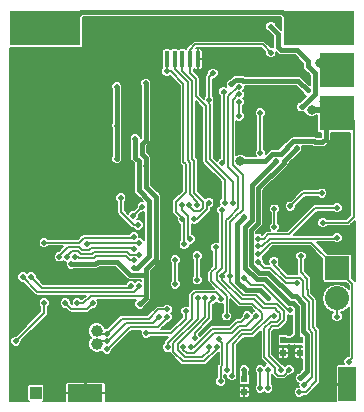
<source format=gbl>
G04 #@! TF.FileFunction,Copper,L2,Bot,Signal*
%FSLAX46Y46*%
G04 Gerber Fmt 4.6, Leading zero omitted, Abs format (unit mm)*
G04 Created by KiCad (PCBNEW 4.0.2+dfsg1-stable) date Di 23 Mai 2017 03:16:38 CEST*
%MOMM*%
G01*
G04 APERTURE LIST*
%ADD10C,0.100000*%
%ADD11R,0.400000X1.350000*%
%ADD12R,2.100000X1.600000*%
%ADD13R,1.900000X1.900000*%
%ADD14R,1.800000X1.900000*%
%ADD15R,6.000000X3.000000*%
%ADD16R,0.500000X0.600000*%
%ADD17R,3.000000X3.000000*%
%ADD18R,2.032000X2.032000*%
%ADD19O,2.032000X2.032000*%
%ADD20R,1.050000X2.200000*%
%ADD21R,1.000000X1.050000*%
%ADD22R,1.500000X3.000000*%
%ADD23R,3.000000X1.500000*%
%ADD24C,1.000000*%
%ADD25C,0.500000*%
%ADD26C,0.800000*%
%ADD27C,0.400000*%
%ADD28C,0.200000*%
%ADD29C,1.000000*%
%ADD30C,0.500000*%
%ADD31C,0.800000*%
%ADD32C,0.450000*%
%ADD33C,0.140000*%
G04 APERTURE END LIST*
D10*
D11*
X60700000Y-95350000D03*
X61350000Y-95350000D03*
X62000000Y-95350000D03*
X62650000Y-95350000D03*
X63300000Y-95350000D03*
D12*
X65100000Y-95225000D03*
X58900000Y-95225000D03*
D13*
X60800000Y-92675000D03*
X63200000Y-92675000D03*
D14*
X58000000Y-92675000D03*
X66000000Y-92675000D03*
D15*
X50400000Y-96300000D03*
X73600000Y-92700000D03*
D16*
X67250000Y-123550000D03*
X67250000Y-122450000D03*
X70550000Y-120250000D03*
X70550000Y-119150000D03*
X71950000Y-120250000D03*
X71950000Y-119150000D03*
D15*
X50400000Y-92700000D03*
D17*
X75100000Y-99900000D03*
D18*
X75100000Y-113060000D03*
D19*
X75100000Y-115600000D03*
D20*
X48125000Y-122075000D03*
X51075000Y-122075000D03*
D21*
X49600000Y-123600000D03*
D17*
X75100000Y-96300000D03*
D22*
X75950000Y-122900000D03*
D23*
X53800000Y-123650000D03*
D24*
X54750000Y-118350000D03*
X54750000Y-119500000D03*
D25*
X58400000Y-116100000D03*
X75100000Y-117150000D03*
X69250000Y-115600000D03*
X52600000Y-112700000D03*
X58900009Y-104400000D03*
X58900000Y-97400000D03*
X59750000Y-107000000D03*
X67250000Y-108700000D03*
X53100000Y-116000000D03*
X60950000Y-107550000D03*
X76200000Y-111550000D03*
X64650000Y-109350000D03*
X64650000Y-108150000D03*
X61400000Y-111550000D03*
X61350000Y-108900000D03*
X69750000Y-111650000D03*
X69100000Y-108050990D03*
X62500000Y-114600000D03*
X73150000Y-114350000D03*
X64750000Y-121650000D03*
X71100000Y-117250000D03*
X54200000Y-96800000D03*
X53450000Y-100000000D03*
X61600000Y-98850000D03*
X65500000Y-96550000D03*
X65500000Y-97450000D03*
X65000000Y-102000000D03*
X63500000Y-102000000D03*
X67400000Y-103000000D03*
X58950000Y-120000000D03*
X55750000Y-116300000D03*
X60200000Y-115549010D03*
X74800000Y-119500000D03*
X76100000Y-123200000D03*
X74300000Y-117000000D03*
X75300000Y-117800000D03*
X69800000Y-118650000D03*
X66750000Y-117100000D03*
X67950000Y-121650000D03*
X71250000Y-119800010D03*
X73150000Y-112050000D03*
X57300000Y-103000000D03*
X59200000Y-103000000D03*
X67650000Y-92600000D03*
X68450000Y-92600000D03*
X69100000Y-109050000D03*
X61600000Y-98100000D03*
X59900000Y-105150000D03*
X52700000Y-106250000D03*
X55600000Y-107500000D03*
X54300000Y-122500000D03*
X53100000Y-122500000D03*
X53650000Y-113350000D03*
X52653979Y-113347757D03*
X55800000Y-113800000D03*
X55800000Y-113100051D03*
X52875000Y-108725000D03*
X51625000Y-108725000D03*
X51625000Y-109975000D03*
X52875000Y-109975000D03*
X69887500Y-96580000D03*
X69887500Y-97820000D03*
X69112500Y-97820000D03*
X69112500Y-96580000D03*
X70600000Y-101800000D03*
X70600000Y-100800000D03*
X69600000Y-100800000D03*
X69600000Y-101800000D03*
X73550000Y-101800000D03*
X73550000Y-103950000D03*
X54950000Y-116750000D03*
X48200000Y-96700000D03*
X48200000Y-99900000D03*
X48200000Y-98300000D03*
X48200000Y-101500000D03*
X49850000Y-122500000D03*
X47950000Y-103200000D03*
X47950000Y-110200000D03*
X47950000Y-106600000D03*
X51150000Y-119250000D03*
X52450000Y-119250000D03*
X52450000Y-120550000D03*
X51150000Y-120550000D03*
X65400000Y-104150000D03*
X65500000Y-98100000D03*
D26*
X66900000Y-104000000D03*
D25*
X56450000Y-103775000D03*
X56450000Y-101000000D03*
X56450000Y-97700000D03*
X73900000Y-109200000D03*
D26*
X72950000Y-99650000D03*
D25*
X66800000Y-100200010D03*
X66800000Y-99000000D03*
X71250000Y-119150000D03*
X69900000Y-104000000D03*
X67250000Y-121650000D03*
X72000000Y-122350000D03*
X71700000Y-102900000D03*
X61400000Y-112350000D03*
X58600000Y-107850000D03*
X61400000Y-114400000D03*
X57850000Y-108600000D03*
X58250000Y-109400000D03*
X56800000Y-107100000D03*
X58250000Y-109400000D03*
X57900000Y-110400000D03*
X50300000Y-110900000D03*
X57900000Y-111400000D03*
X51599997Y-112100000D03*
X58350000Y-111900000D03*
X52250000Y-112100000D03*
X57900000Y-112400000D03*
X52900000Y-112100000D03*
X58350000Y-110900000D03*
X53900000Y-111000000D03*
X71050000Y-121650000D03*
X65400000Y-113700000D03*
X66800000Y-97700000D03*
X58300000Y-114550000D03*
X48500000Y-113800000D03*
X64600000Y-115600000D03*
X63050000Y-118950000D03*
X72300000Y-122950000D03*
X69750000Y-112500000D03*
X64900000Y-119750000D03*
X63300000Y-115600000D03*
X75100000Y-107940000D03*
X65750000Y-117100000D03*
X64850000Y-111300000D03*
X68450000Y-110550000D03*
X58950000Y-118550000D03*
X62300000Y-116700000D03*
X55600000Y-118600000D03*
X60700000Y-116550000D03*
X55600000Y-119250000D03*
X60050000Y-117200000D03*
X69800000Y-108049990D03*
X73800000Y-106700000D03*
X71150000Y-107800000D03*
X69800000Y-109550000D03*
X70350000Y-121650000D03*
X66050000Y-113700000D03*
X66800000Y-98350000D03*
X57650000Y-114550000D03*
X49200000Y-113800000D03*
X67250000Y-113900000D03*
X71100000Y-116600000D03*
X75100000Y-110480000D03*
X68450000Y-111200000D03*
X62650000Y-110600000D03*
X61950000Y-107700000D03*
X65350000Y-108150000D03*
X65750000Y-121650000D03*
X62100000Y-119750000D03*
X68250000Y-117100000D03*
X62750990Y-119750000D03*
X67500000Y-117100000D03*
X60750000Y-119750000D03*
X65250000Y-115650000D03*
X66200000Y-122150000D03*
X69750000Y-117100000D03*
X64250000Y-119750000D03*
X63950000Y-115600000D03*
X66150000Y-97500000D03*
X72599990Y-98000000D03*
X68600000Y-103300000D03*
X68600000Y-99900000D03*
X49600000Y-123750000D03*
X55600000Y-119900000D03*
X60700000Y-117200000D03*
X63250000Y-107700000D03*
X62600000Y-107700000D03*
X64600000Y-96550000D03*
X64250000Y-98850000D03*
X66250003Y-107500000D03*
X76100000Y-121000000D03*
X63250000Y-112000000D03*
X68450000Y-111850000D03*
X63250000Y-114050000D03*
X65600000Y-107500000D03*
X69500000Y-94800000D03*
X62000000Y-108900000D03*
X63000019Y-108900000D03*
X64250000Y-107500000D03*
X62150000Y-111050000D03*
X68450000Y-112500000D03*
X71750000Y-114350000D03*
X60700000Y-96400000D03*
D26*
X73700000Y-95700000D03*
D25*
X52100000Y-116000000D03*
X54400000Y-116000000D03*
X69500000Y-92600000D03*
X58000000Y-102100000D03*
X57900000Y-113050000D03*
X72100000Y-99400000D03*
X72600000Y-95500000D03*
X50300000Y-116000000D03*
X47900000Y-119250000D03*
X69250000Y-123200000D03*
X71900000Y-123550000D03*
X69250000Y-121650000D03*
X72050000Y-112050000D03*
X65250000Y-122650000D03*
X68600000Y-123200000D03*
X68600000Y-121650000D03*
X65100000Y-119050000D03*
D27*
X69250000Y-115600000D02*
X68550000Y-114900000D01*
X68550000Y-114900000D02*
X67363478Y-114900000D01*
X67363478Y-114900000D02*
X66650000Y-114186522D01*
X66650000Y-114186522D02*
X66650000Y-109300000D01*
X66650000Y-109300000D02*
X67250000Y-108700000D01*
X58899001Y-115400000D02*
X58899001Y-115600999D01*
X58899001Y-115600999D02*
X58400000Y-116100000D01*
X58899001Y-115400000D02*
X58899001Y-113651000D01*
D28*
X56249979Y-115400021D02*
X56250000Y-115400000D01*
X54233977Y-115400021D02*
X56249979Y-115400021D01*
X56250000Y-115400000D02*
X58899001Y-115400000D01*
D27*
X58900009Y-104400000D02*
X58900009Y-106150000D01*
X58900009Y-106150000D02*
X59750011Y-107000002D01*
X59750011Y-107000002D02*
X59750011Y-112276406D01*
X58900000Y-113126417D02*
X58900000Y-113650001D01*
X59750011Y-112276406D02*
X58900000Y-113126417D01*
X58900000Y-113650001D02*
X58500010Y-113650001D01*
X58899001Y-113651000D02*
X58900000Y-113650001D01*
D28*
X75100000Y-117150000D02*
X75100000Y-115600000D01*
D27*
X58900009Y-104400000D02*
X58900009Y-103688011D01*
X58900009Y-103688011D02*
X58599999Y-103388001D01*
X58599999Y-103388001D02*
X58599999Y-102500001D01*
X58599999Y-102500001D02*
X58900000Y-102200000D01*
X58900000Y-102200000D02*
X58900000Y-97400000D01*
X58500010Y-113650001D02*
X57611997Y-113649999D01*
X57611997Y-113649999D02*
X56462039Y-112500041D01*
X56462039Y-112500041D02*
X54836227Y-112500041D01*
X54836227Y-112500041D02*
X54636268Y-112700000D01*
X54636268Y-112700000D02*
X54566388Y-112700000D01*
X54566388Y-112700000D02*
X52600000Y-112700000D01*
D28*
X53100000Y-116000000D02*
X53633998Y-116000000D01*
X53633998Y-116000000D02*
X54233977Y-115400021D01*
X64650000Y-109350000D02*
X64650000Y-108150000D01*
X61350000Y-108900000D02*
X61350000Y-111500000D01*
X61350000Y-111500000D02*
X61400000Y-111550000D01*
X59900000Y-105150000D02*
X60249001Y-105499001D01*
X60249001Y-107799001D02*
X61350000Y-108900000D01*
X60249001Y-105499001D02*
X60249001Y-107799001D01*
X69100000Y-109050000D02*
X69100000Y-108050990D01*
X60200000Y-115549010D02*
X60250991Y-115600001D01*
X60250991Y-115600001D02*
X62040001Y-115600001D01*
X62040001Y-115600001D02*
X62500000Y-115140002D01*
X62500000Y-115140002D02*
X62500000Y-114600000D01*
X75300000Y-117800000D02*
X75300000Y-119000000D01*
X75300000Y-119000000D02*
X74800000Y-119500000D01*
X66000000Y-92600000D02*
X66000000Y-92375000D01*
D29*
X50400000Y-97100000D02*
X52537550Y-97100000D01*
D28*
X65400000Y-104150000D02*
X65550000Y-104000000D01*
X65550000Y-104000000D02*
X65550000Y-98150000D01*
X65550000Y-98150000D02*
X65500000Y-98100000D01*
D27*
X66900000Y-104000000D02*
X69013478Y-104000000D01*
X73164477Y-102300999D02*
X73262479Y-102399001D01*
X69013478Y-104000000D02*
X69613479Y-103399999D01*
X69613479Y-103399999D02*
X70313479Y-103399999D01*
X70313479Y-103399999D02*
X71412479Y-102300999D01*
X73262479Y-102399001D02*
X73837521Y-102399001D01*
X71412479Y-102300999D02*
X73164477Y-102300999D01*
X73837521Y-102399001D02*
X74149001Y-102087521D01*
X74149001Y-102087521D02*
X74149001Y-100850999D01*
X74149001Y-100850999D02*
X75100000Y-99900000D01*
D28*
X65500000Y-98100000D02*
X65399979Y-98200021D01*
D30*
X72950000Y-99650000D02*
X74850000Y-99650000D01*
X74850000Y-99650000D02*
X75100000Y-99900000D01*
D27*
X56450000Y-101000000D02*
X56450000Y-103775000D01*
X56450000Y-97700000D02*
X56450000Y-101000000D01*
D28*
X73900000Y-109200000D02*
X76000000Y-109200000D01*
X75850000Y-99900000D02*
X75100000Y-99900000D01*
X76000000Y-109200000D02*
X76500000Y-108700000D01*
X76500000Y-100550000D02*
X75850000Y-99900000D01*
X76500000Y-108700000D02*
X76500000Y-100550000D01*
X73700000Y-98900000D02*
X73900000Y-98900000D01*
X73900000Y-98900000D02*
X75100000Y-100100000D01*
D31*
X75100000Y-100500000D02*
X74900000Y-100500000D01*
D28*
X66800000Y-100200010D02*
X66800000Y-99000000D01*
D27*
X71250000Y-119150000D02*
X71699001Y-118700999D01*
X71699001Y-118700999D02*
X71699001Y-116312479D01*
X69023517Y-113999999D02*
X68284166Y-113999999D01*
X71699001Y-116312479D02*
X71386522Y-116000000D01*
X71386522Y-116000000D02*
X71023518Y-116000000D01*
X71023518Y-116000000D02*
X69023517Y-113999999D01*
X68284166Y-113999999D02*
X67300011Y-113015844D01*
X67300011Y-109587991D02*
X67900000Y-108988002D01*
X67300011Y-113015844D02*
X67300011Y-109587991D01*
X67900000Y-108988002D02*
X67900000Y-106000000D01*
X67900000Y-106000000D02*
X69900000Y-104000000D01*
X71250000Y-119150000D02*
X70550000Y-119150000D01*
X71950000Y-119150000D02*
X71250000Y-119150000D01*
X71100000Y-103500000D02*
X71700000Y-102900000D01*
X68450000Y-106300000D02*
X70600000Y-104150000D01*
X70600000Y-104150000D02*
X70600000Y-104000000D01*
X70600000Y-104000000D02*
X71100000Y-103500000D01*
X67850021Y-112788023D02*
X67850021Y-109815811D01*
X67850021Y-109815811D02*
X68450010Y-109215822D01*
X68450010Y-109215822D02*
X68450010Y-108050010D01*
X68450010Y-108050010D02*
X68450000Y-108050000D01*
X68450000Y-108050000D02*
X68450000Y-106300000D01*
X72549001Y-118700000D02*
X72549001Y-120100000D01*
X72549001Y-120100000D02*
X72549001Y-121800999D01*
X72549001Y-121800999D02*
X72000000Y-122350000D01*
X67850021Y-112788023D02*
X68511987Y-113449989D01*
X68511987Y-113449989D02*
X69249923Y-113449989D01*
X72248011Y-116085072D02*
X72248011Y-118399010D01*
X69249923Y-113449989D02*
X71250924Y-115450990D01*
X71250924Y-115450990D02*
X71613929Y-115450990D01*
X71613929Y-115450990D02*
X72248011Y-116085072D01*
X72248011Y-118399010D02*
X72549001Y-118700000D01*
X67250000Y-122450000D02*
X67250000Y-121650000D01*
X67850021Y-112788023D02*
X67850021Y-112738023D01*
D28*
X61400000Y-114400000D02*
X61400000Y-112350000D01*
X57850000Y-108600000D02*
X58600000Y-107850000D01*
X58250000Y-109400000D02*
X57911478Y-109400000D01*
X57911478Y-109400000D02*
X56800000Y-108288522D01*
X56800000Y-108288522D02*
X56800000Y-107100000D01*
X50300000Y-110900000D02*
X53261478Y-110900000D01*
X53261478Y-110900000D02*
X53661478Y-110500000D01*
X53950000Y-110500000D02*
X57800000Y-110500000D01*
X53661478Y-110500000D02*
X53950000Y-110500000D01*
X57800000Y-110500000D02*
X57900000Y-110400000D01*
X51599997Y-112100000D02*
X51599997Y-112010001D01*
X53284979Y-111249989D02*
X53534991Y-111500001D01*
X51599997Y-112010001D02*
X52360009Y-111249989D01*
X52360009Y-111249989D02*
X53284979Y-111249989D01*
X53534991Y-111500001D02*
X54140001Y-111500001D01*
X54140001Y-111500001D02*
X54289991Y-111350011D01*
X54289991Y-111350011D02*
X57850011Y-111350011D01*
X57850011Y-111350011D02*
X57900000Y-111400000D01*
X52250000Y-112100000D02*
X52250000Y-112009998D01*
X57350000Y-111700000D02*
X57550000Y-111900000D01*
X52250000Y-112009998D02*
X52659999Y-111599999D01*
X52659999Y-111599999D02*
X53140001Y-111599999D01*
X53390013Y-111850011D02*
X54349989Y-111850011D01*
X57550000Y-111900000D02*
X58350000Y-111900000D01*
X53140001Y-111599999D02*
X53390013Y-111850011D01*
X54349989Y-111850011D02*
X54500000Y-111700000D01*
X54500000Y-111700000D02*
X57350000Y-111700000D01*
X52900000Y-112100000D02*
X53145155Y-112100000D01*
X54494847Y-112200000D02*
X54594847Y-112100000D01*
X53145155Y-112100000D02*
X53245155Y-112200000D01*
X53245155Y-112200000D02*
X54494847Y-112200000D01*
X54594847Y-112100000D02*
X54600000Y-112100000D01*
X54600000Y-112100000D02*
X54650000Y-112050000D01*
X54650000Y-112050000D02*
X54650132Y-112050132D01*
X54650132Y-112050132D02*
X57205285Y-112050132D01*
X57205285Y-112050132D02*
X57555153Y-112400000D01*
X57656426Y-112400000D02*
X57900000Y-112400000D01*
X57555153Y-112400000D02*
X57656426Y-112400000D01*
X58350000Y-110900000D02*
X54000000Y-110900000D01*
X54000000Y-110900000D02*
X53900000Y-111000000D01*
X71050000Y-121650000D02*
X71050000Y-121690002D01*
X70110479Y-122149001D02*
X69850999Y-121889521D01*
X70249001Y-117339521D02*
X70249001Y-116860479D01*
X71050000Y-121690002D02*
X70591001Y-122149001D01*
X70591001Y-122149001D02*
X70110479Y-122149001D01*
X69850999Y-121889521D02*
X69850999Y-121512477D01*
X69850999Y-121512477D02*
X68951990Y-120613468D01*
X70249001Y-116860479D02*
X70051374Y-116662852D01*
X68951990Y-118123680D02*
X69476669Y-117599001D01*
X68951990Y-120613468D02*
X68951990Y-118123680D01*
X69476669Y-117599001D02*
X69989521Y-117599001D01*
X69849384Y-116448010D02*
X68830106Y-116448010D01*
X69989521Y-117599001D02*
X70249001Y-117339521D01*
X70051374Y-116662852D02*
X70051374Y-116650000D01*
X70051374Y-116650000D02*
X69849384Y-116448010D01*
X68830106Y-116448010D02*
X68083095Y-115700999D01*
X68083095Y-115700999D02*
X67035907Y-115700999D01*
X67035907Y-115700999D02*
X65400000Y-114065092D01*
X65400000Y-114065092D02*
X65400000Y-113700000D01*
X65400000Y-113700000D02*
X65400000Y-113600000D01*
X65700000Y-109017838D02*
X65949990Y-108767848D01*
X65400000Y-113600000D02*
X65700000Y-113300000D01*
X65700000Y-113300000D02*
X65700000Y-109017838D01*
X65949990Y-108767848D02*
X65949990Y-108766434D01*
X65949990Y-108766434D02*
X66750004Y-107966420D01*
X66750004Y-107966420D02*
X66750004Y-105306994D01*
X66750004Y-105306994D02*
X65899989Y-104456979D01*
X65899989Y-104456979D02*
X65899989Y-98510009D01*
X66709998Y-97700000D02*
X66800000Y-97700000D01*
X65899989Y-98510009D02*
X66709998Y-97700000D01*
X58300000Y-114550000D02*
X58300000Y-114638522D01*
X58300000Y-114638522D02*
X57888511Y-115050011D01*
X57888511Y-115050011D02*
X49711489Y-115050011D01*
X49711489Y-115050011D02*
X48500000Y-113838522D01*
X48500000Y-113838522D02*
X48500000Y-113800000D01*
X65499001Y-113799001D02*
X65400000Y-113700000D01*
X63050000Y-118950000D02*
X63050000Y-118556466D01*
X64300000Y-117306466D02*
X64300000Y-116000000D01*
X63050000Y-118556466D02*
X64300000Y-117306466D01*
X64300000Y-116000000D02*
X64600000Y-115700000D01*
X64600000Y-115700000D02*
X64600000Y-115600000D01*
X69750000Y-112500000D02*
X69750000Y-112821496D01*
X69750000Y-112821496D02*
X70779503Y-113850999D01*
X70779503Y-113850999D02*
X71989521Y-113850999D01*
X71989521Y-113850999D02*
X72250000Y-114111478D01*
X72998011Y-122251989D02*
X72300000Y-122950000D01*
X72250000Y-114111478D02*
X72250000Y-115452065D01*
X72250000Y-115452065D02*
X72697021Y-115899086D01*
X72697021Y-115899086D02*
X72697021Y-118213024D01*
X72697021Y-118213024D02*
X72998011Y-118514014D01*
X72998011Y-118514014D02*
X72998011Y-122251989D01*
X63841501Y-120947021D02*
X64900000Y-119888522D01*
X64900000Y-119888522D02*
X64900000Y-119750000D01*
X63300000Y-115600000D02*
X63300000Y-117317904D01*
X63300000Y-117317904D02*
X61249001Y-119368903D01*
X61249001Y-119368903D02*
X61249001Y-120131097D01*
X61249001Y-120131097D02*
X62064925Y-120947021D01*
X62064925Y-120947021D02*
X63841501Y-120947021D01*
X75100000Y-107940000D02*
X73260000Y-107940000D01*
X68900000Y-110550000D02*
X68450000Y-110550000D01*
X73260000Y-107940000D02*
X71001000Y-110199000D01*
X71001000Y-110199000D02*
X70800000Y-110199000D01*
X70800000Y-110199000D02*
X69250000Y-110200000D01*
X69250000Y-110200000D02*
X68900000Y-110550000D01*
X64850000Y-111300000D02*
X64850000Y-113017904D01*
X64850000Y-113017904D02*
X64450000Y-113417904D01*
X64450000Y-114102240D02*
X65750000Y-115402240D01*
X64450000Y-113417904D02*
X64450000Y-114102240D01*
X65750000Y-115402240D02*
X65750000Y-117100000D01*
X58950000Y-118550000D02*
X61080756Y-118550000D01*
X61080756Y-118550000D02*
X62300000Y-117330756D01*
X62300000Y-117330756D02*
X62300000Y-116700000D01*
X55600000Y-118600000D02*
X55000000Y-118600000D01*
X55000000Y-118600000D02*
X54750000Y-118350000D01*
X60700000Y-116550000D02*
X59972998Y-116550000D01*
X59972998Y-116550000D02*
X59172998Y-117350000D01*
X59172998Y-117350000D02*
X56885669Y-117350000D01*
X56885669Y-117350000D02*
X55635669Y-118600000D01*
X55635669Y-118600000D02*
X55600000Y-118600000D01*
X55600000Y-119250000D02*
X55000000Y-119250000D01*
X55000000Y-119250000D02*
X54750000Y-119500000D01*
X60050000Y-117200000D02*
X59550000Y-117700000D01*
X59550000Y-117700000D02*
X57238522Y-117700000D01*
X57238522Y-117700000D02*
X55688522Y-119250000D01*
X55688522Y-119250000D02*
X55600000Y-119250000D01*
X71150000Y-107800000D02*
X72250000Y-106700000D01*
X72250000Y-106700000D02*
X73800000Y-106700000D01*
X69800000Y-109050010D02*
X69800000Y-109550000D01*
X69800000Y-108049990D02*
X69800000Y-109050010D01*
X66450000Y-108761412D02*
X67100014Y-108111398D01*
X67100014Y-108111398D02*
X67100014Y-105162016D01*
X67100014Y-105162016D02*
X66249999Y-104312001D01*
X66249999Y-104312001D02*
X66249999Y-98809999D01*
X66249999Y-98809999D02*
X66709998Y-98350000D01*
X66709998Y-98350000D02*
X66800000Y-98350000D01*
X66050000Y-113700000D02*
X66050000Y-114221518D01*
X66050000Y-114221518D02*
X67180471Y-115351989D01*
X67180471Y-115351989D02*
X68227659Y-115351989D01*
X70134085Y-117948011D02*
X69651989Y-117948011D01*
X68227659Y-115351989D02*
X68974671Y-116099001D01*
X69650000Y-117950000D02*
X69619244Y-117950000D01*
X68974671Y-116099001D02*
X69993949Y-116099001D01*
X69993949Y-116099001D02*
X70598011Y-116703063D01*
X70598010Y-117484086D02*
X70134085Y-117948011D01*
X70598011Y-116703063D02*
X70598010Y-117484086D01*
X69651989Y-117948011D02*
X69650000Y-117950000D01*
X69619244Y-117950000D02*
X69300999Y-118268245D01*
X69300999Y-118268245D02*
X69300999Y-120468903D01*
X69300999Y-120468903D02*
X70350000Y-121517904D01*
X70350000Y-121517904D02*
X70350000Y-121650000D01*
X49200000Y-113800000D02*
X50100001Y-114700001D01*
X50100001Y-114700001D02*
X57499999Y-114700001D01*
X57499999Y-114700001D02*
X57650000Y-114550000D01*
X66450000Y-108761412D02*
X66300000Y-108911412D01*
X66050000Y-113700000D02*
X66050000Y-109161412D01*
X66050000Y-109161412D02*
X66450000Y-108761412D01*
X71100000Y-116600000D02*
X70988522Y-116600000D01*
X70988522Y-116600000D02*
X68838522Y-114450000D01*
X68838522Y-114450000D02*
X67800000Y-114450000D01*
X67800000Y-114450000D02*
X67250000Y-113900000D01*
X61950000Y-107700000D02*
X61950000Y-108111478D01*
X61950000Y-108111478D02*
X62501009Y-108662487D01*
X62501009Y-108662487D02*
X62501009Y-110451009D01*
X62501009Y-110451009D02*
X62650000Y-110600000D01*
X68450000Y-111200000D02*
X68743574Y-111200000D01*
X68743574Y-111200000D02*
X69394564Y-110549010D01*
X69394564Y-110549010D02*
X75030990Y-110549010D01*
X75030990Y-110549010D02*
X75100000Y-110480000D01*
X65350990Y-108700990D02*
X65350990Y-108150990D01*
X65350990Y-108150990D02*
X65350000Y-108150000D01*
X65750000Y-121650000D02*
X65750000Y-119500000D01*
X64900999Y-113460479D02*
X65350990Y-113010488D01*
X65750000Y-119500000D02*
X66950990Y-118299010D01*
X66950990Y-118299010D02*
X67789512Y-118299010D01*
X65350990Y-113010488D02*
X65350990Y-108700990D01*
X67789512Y-118299010D02*
X68749001Y-117339521D01*
X67938531Y-116050009D02*
X66891342Y-116050008D01*
X68749001Y-117339521D02*
X68749001Y-116860479D01*
X66891342Y-116050008D02*
X64900999Y-114059665D01*
X68749001Y-116860479D02*
X67938531Y-116050009D01*
X64900999Y-114059665D02*
X64900999Y-113460479D01*
X62100000Y-119750000D02*
X62100000Y-119949001D01*
X62100000Y-119949001D02*
X62400000Y-120249001D01*
X67400000Y-117950000D02*
X68250000Y-117100000D01*
X62400000Y-120249001D02*
X62983095Y-120249001D01*
X62983095Y-120249001D02*
X64632803Y-118600707D01*
X64632803Y-118600707D02*
X64683511Y-118549999D01*
X64683511Y-118549999D02*
X66205013Y-118549999D01*
X66800000Y-117955012D02*
X66800000Y-117950000D01*
X66205013Y-118549999D02*
X66800000Y-117955012D01*
X66800000Y-117950000D02*
X67400000Y-117950000D01*
X62750990Y-119750000D02*
X62988522Y-119750000D01*
X66655011Y-117600001D02*
X66750000Y-117600001D01*
X62988522Y-119750000D02*
X64538533Y-118199989D01*
X64538533Y-118199989D02*
X66055023Y-118199989D01*
X66055023Y-118199989D02*
X66655011Y-117600001D01*
X66750000Y-117600001D02*
X67000999Y-117599001D01*
X67000999Y-117599001D02*
X67500000Y-117100000D01*
X65250000Y-115650000D02*
X65250000Y-115511478D01*
X65250000Y-115511478D02*
X64839521Y-115100999D01*
X60750000Y-119750000D02*
X60750000Y-119374330D01*
X60750000Y-119374330D02*
X62800999Y-117323331D01*
X62800999Y-117323331D02*
X62800999Y-115360479D01*
X62800999Y-115360479D02*
X63060479Y-115100999D01*
X63060479Y-115100999D02*
X64839521Y-115100999D01*
X66300000Y-119443574D02*
X66300000Y-122050000D01*
X67934077Y-118648019D02*
X67095554Y-118648020D01*
X67095554Y-118648020D02*
X66300000Y-119443574D01*
X69482096Y-117100000D02*
X67934077Y-118648019D01*
X69750000Y-117100000D02*
X69482096Y-117100000D01*
X66300000Y-122050000D02*
X66200000Y-122150000D01*
X64250000Y-119750000D02*
X64250000Y-120044948D01*
X62209489Y-120598011D02*
X61600999Y-119989521D01*
X64250000Y-120044948D02*
X63696937Y-120598011D01*
X63696937Y-120598011D02*
X62209489Y-120598011D01*
X61600999Y-119989521D02*
X61600999Y-119510479D01*
X61600999Y-119510479D02*
X63950000Y-117161478D01*
X63950000Y-117161478D02*
X63950000Y-115600000D01*
D27*
X72600000Y-98000000D02*
X71780001Y-97180001D01*
X71780001Y-97180001D02*
X67168003Y-97180001D01*
X67168003Y-97180001D02*
X67088001Y-97099999D01*
X67088001Y-97099999D02*
X66550001Y-97099999D01*
X66550001Y-97099999D02*
X66400000Y-97250000D01*
X66400000Y-97250000D02*
X66150000Y-97500000D01*
D28*
X68600000Y-103300000D02*
X68600000Y-101300000D01*
X68600000Y-101300000D02*
X68600000Y-99900000D01*
X60700000Y-117200000D02*
X60700000Y-117288522D01*
X60700000Y-117288522D02*
X59938522Y-118050000D01*
X57538522Y-118050000D02*
X55688522Y-119900000D01*
X59938522Y-118050000D02*
X57538522Y-118050000D01*
X55688522Y-119900000D02*
X55600000Y-119900000D01*
X62650010Y-106811488D02*
X63250000Y-107411478D01*
X63250000Y-107411478D02*
X63250000Y-107700000D01*
X61350000Y-95350000D02*
X61350000Y-96215010D01*
X62451011Y-102501011D02*
X62451011Y-103916021D01*
X61350000Y-96215010D02*
X62450011Y-97315021D01*
X62450011Y-102500011D02*
X62451011Y-102501011D01*
X62450011Y-97315021D02*
X62450011Y-102500011D01*
X62451011Y-103916021D02*
X62650010Y-104115020D01*
X62650010Y-104115020D02*
X62650010Y-106811488D01*
X62000000Y-95350000D02*
X62000000Y-96370022D01*
X62800021Y-97170043D02*
X62800021Y-103770043D01*
X62000000Y-96370022D02*
X62800021Y-97170043D01*
X62800021Y-103770043D02*
X63000020Y-103970042D01*
X63749001Y-107416905D02*
X63749001Y-107939521D01*
X63000020Y-103970042D02*
X63000020Y-106667924D01*
X62600000Y-107788522D02*
X62600000Y-107700000D01*
X63000020Y-106667924D02*
X63749001Y-107416905D01*
X63489521Y-108199001D02*
X63010479Y-108199001D01*
X63749001Y-107939521D02*
X63489521Y-108199001D01*
X63010479Y-108199001D02*
X62600000Y-107788522D01*
X61999998Y-95050002D02*
X62000000Y-95050000D01*
X66250003Y-107500000D02*
X66250003Y-105737111D01*
X66250003Y-105737111D02*
X64349011Y-103836119D01*
X64348011Y-103001989D02*
X64359007Y-102990993D01*
X64349011Y-103836119D02*
X64348011Y-103835512D01*
X64348011Y-103835512D02*
X64348011Y-103001989D01*
X64359007Y-102990993D02*
X64359007Y-99205435D01*
X64359007Y-99205435D02*
X64250000Y-99096428D01*
X64250000Y-99096428D02*
X64250000Y-98850000D01*
X64250000Y-98850000D02*
X64250000Y-96900000D01*
X64250000Y-96900000D02*
X64600000Y-96550000D01*
D32*
X50400000Y-92700000D02*
X52049999Y-92700000D01*
X52049999Y-92700000D02*
X53400000Y-91349999D01*
X53400000Y-91349999D02*
X70449999Y-91349999D01*
X70449999Y-91349999D02*
X71800000Y-92700000D01*
X71800000Y-92700000D02*
X73600000Y-92700000D01*
X50400000Y-92700000D02*
X51449999Y-93749999D01*
D28*
X48150000Y-92600000D02*
X48150000Y-92050000D01*
X48150000Y-93150000D02*
X48150000Y-92600000D01*
X48150000Y-93700000D02*
X48150000Y-93150000D01*
X68450000Y-111850000D02*
X68587148Y-111850000D01*
X68587148Y-111850000D02*
X69539128Y-110898020D01*
X69539128Y-110898020D02*
X72938020Y-110898020D01*
X72938020Y-110898020D02*
X75100000Y-113060000D01*
X63250000Y-114050000D02*
X63250000Y-112000000D01*
X75100000Y-113060000D02*
X76400000Y-114360000D01*
X76400000Y-114360000D02*
X76400000Y-120700000D01*
X76400000Y-120700000D02*
X76100000Y-121000000D01*
X69500000Y-94800000D02*
X68800000Y-94100000D01*
X68800000Y-94100000D02*
X63100000Y-94100000D01*
X63100000Y-94100000D02*
X62650000Y-94550000D01*
X62650000Y-94550000D02*
X62650000Y-95350000D01*
X65600000Y-107500000D02*
X65600000Y-105582096D01*
X65600000Y-105582096D02*
X63999001Y-103981097D01*
X63999001Y-103981097D02*
X63999001Y-99349001D01*
X63999001Y-99349001D02*
X63149031Y-98499031D01*
X62650000Y-96526448D02*
X62650000Y-95350000D01*
X63149031Y-98499031D02*
X63149031Y-97025479D01*
X63149031Y-97025479D02*
X62650000Y-96526448D01*
X62650000Y-95350000D02*
X62650000Y-96025002D01*
X60700000Y-96400000D02*
X61040002Y-96400000D01*
X62100001Y-97459999D02*
X62100001Y-104059999D01*
X61040002Y-96400000D02*
X62100001Y-97459999D01*
X62300000Y-104259998D02*
X62300000Y-106611478D01*
X62100001Y-104059999D02*
X62300000Y-104259998D01*
X62300000Y-106611478D02*
X61449996Y-107461482D01*
X61449996Y-107461482D02*
X61449996Y-107600000D01*
X63000019Y-108900000D02*
X63282096Y-108900000D01*
X63282096Y-108900000D02*
X64098010Y-108084086D01*
X64098010Y-108084086D02*
X64098011Y-107651989D01*
X64098011Y-107651989D02*
X64250000Y-107500000D01*
X62150000Y-111050000D02*
X62150000Y-109500000D01*
X62150000Y-109500000D02*
X62151999Y-109498001D01*
X62151999Y-109498001D02*
X62151999Y-109051999D01*
X62151999Y-109051999D02*
X62000000Y-108900000D01*
X62000000Y-108900000D02*
X62000000Y-108809998D01*
X62000000Y-108809998D02*
X61449996Y-108259994D01*
X61449996Y-107600000D02*
X61449996Y-107738521D01*
X61449996Y-107600000D02*
X61449996Y-108259994D01*
X70784930Y-114350000D02*
X71750000Y-114350000D01*
X70784930Y-114350000D02*
X69434909Y-112999979D01*
X69434909Y-112999979D02*
X68949979Y-112999979D01*
X68949979Y-112999979D02*
X68450000Y-112500000D01*
X60700000Y-96400000D02*
X60700000Y-95350000D01*
X54400000Y-116000000D02*
X53899999Y-116500001D01*
X53899999Y-116500001D02*
X52600001Y-116500001D01*
X52600001Y-116500001D02*
X52100000Y-116000000D01*
D27*
X57900000Y-113050000D02*
X58200000Y-113050000D01*
X58200000Y-113050000D02*
X59200001Y-112049999D01*
X59200001Y-112049999D02*
X59200001Y-107337994D01*
X58300000Y-106437993D02*
X58300000Y-104000000D01*
X59200001Y-107337994D02*
X58300000Y-106437993D01*
X58300000Y-104000000D02*
X58000000Y-103700000D01*
X58000000Y-103700000D02*
X58000000Y-103000000D01*
X58000000Y-103000000D02*
X58000000Y-102100000D01*
X72600000Y-95500000D02*
X72600000Y-95950000D01*
X72600000Y-95950000D02*
X73200000Y-96550000D01*
X73200000Y-96550000D02*
X73200000Y-98300000D01*
X73200000Y-98300000D02*
X72100000Y-99400000D01*
X71700000Y-94600000D02*
X70369998Y-94600000D01*
X70369998Y-94600000D02*
X70100001Y-94330003D01*
X70100001Y-93200001D02*
X69500000Y-92600000D01*
X70100001Y-94330003D02*
X70100001Y-93200001D01*
X72600000Y-95500000D02*
X71700000Y-94600000D01*
D28*
X50300000Y-116000000D02*
X50300000Y-116850000D01*
X50300000Y-116850000D02*
X47900000Y-119250000D01*
X72050000Y-112050000D02*
X72050000Y-113417904D01*
X72599009Y-114799009D02*
X72600000Y-114800000D01*
X72600000Y-114800000D02*
X72600000Y-115308491D01*
X72050000Y-113417904D02*
X72599009Y-113966913D01*
X72599009Y-113966913D02*
X72599009Y-114799009D01*
X72600000Y-115308491D02*
X73050000Y-115758491D01*
X73050000Y-115758491D02*
X73050000Y-118050000D01*
X73050000Y-118050000D02*
X73350000Y-118350000D01*
X73350000Y-118350000D02*
X73350000Y-122638522D01*
X73350000Y-122638522D02*
X72438522Y-123550000D01*
X72438522Y-123550000D02*
X71900000Y-123550000D01*
X69250000Y-121650000D02*
X69250000Y-123200000D01*
X68600000Y-121650000D02*
X68600000Y-123200000D01*
X65100000Y-119050000D02*
X65399001Y-119349001D01*
X65399001Y-119349001D02*
X65399001Y-119649001D01*
X65399001Y-119649001D02*
X65400000Y-119650000D01*
X65400000Y-119650000D02*
X65400000Y-121259998D01*
X65400000Y-121259998D02*
X65250000Y-121409998D01*
X65250000Y-121409998D02*
X65250000Y-121450000D01*
X65250000Y-121450000D02*
X65250000Y-122650000D01*
D33*
G36*
X70375690Y-91905016D02*
X70375690Y-92881720D01*
X69948388Y-92454418D01*
X69898679Y-92334114D01*
X69766581Y-92201786D01*
X69593899Y-92130082D01*
X69406921Y-92129918D01*
X69234114Y-92201321D01*
X69101786Y-92333419D01*
X69030082Y-92506101D01*
X69029918Y-92693079D01*
X69101321Y-92865886D01*
X69233419Y-92998214D01*
X69354536Y-93048506D01*
X69680001Y-93373971D01*
X69680001Y-94330003D01*
X69687770Y-94369061D01*
X69593899Y-94330082D01*
X69482533Y-94329984D01*
X69026274Y-93873726D01*
X68922459Y-93804359D01*
X68800000Y-93780000D01*
X63100000Y-93780000D01*
X62977541Y-93804359D01*
X62873726Y-93873726D01*
X62423726Y-94323726D01*
X62354359Y-94427541D01*
X62343507Y-94482095D01*
X62324896Y-94494071D01*
X62287269Y-94468362D01*
X62200000Y-94450690D01*
X61800000Y-94450690D01*
X61718473Y-94466030D01*
X61674896Y-94494071D01*
X61637269Y-94468362D01*
X61550000Y-94450690D01*
X61150000Y-94450690D01*
X61068473Y-94466030D01*
X61024896Y-94494071D01*
X60987269Y-94468362D01*
X60900000Y-94450690D01*
X60500000Y-94450690D01*
X60418473Y-94466030D01*
X60343595Y-94514213D01*
X60293362Y-94587731D01*
X60275690Y-94675000D01*
X60275690Y-96025000D01*
X60291030Y-96106527D01*
X60305773Y-96129439D01*
X60301786Y-96133419D01*
X60230082Y-96306101D01*
X60229918Y-96493079D01*
X60301321Y-96665886D01*
X60433419Y-96798214D01*
X60606101Y-96869918D01*
X60793079Y-96870082D01*
X60965886Y-96798679D01*
X60976018Y-96788564D01*
X61780001Y-97592547D01*
X61780001Y-104059999D01*
X61804360Y-104182458D01*
X61846204Y-104245082D01*
X61873727Y-104286273D01*
X61980000Y-104392546D01*
X61980000Y-106478930D01*
X61223722Y-107235208D01*
X61154355Y-107339023D01*
X61129996Y-107461482D01*
X61129996Y-108259994D01*
X61154355Y-108382453D01*
X61223722Y-108486268D01*
X61534035Y-108796581D01*
X61530082Y-108806101D01*
X61529918Y-108993079D01*
X61601321Y-109165886D01*
X61733419Y-109298214D01*
X61831999Y-109339148D01*
X61831999Y-109489951D01*
X61830000Y-109500000D01*
X61830000Y-110705341D01*
X61751786Y-110783419D01*
X61680082Y-110956101D01*
X61679918Y-111143079D01*
X61751321Y-111315886D01*
X61883419Y-111448214D01*
X62056101Y-111519918D01*
X62243079Y-111520082D01*
X62415886Y-111448679D01*
X62548214Y-111316581D01*
X62619918Y-111143899D01*
X62619983Y-111069974D01*
X62743079Y-111070082D01*
X62915886Y-110998679D01*
X63048214Y-110866581D01*
X63119918Y-110693899D01*
X63120082Y-110506921D01*
X63048679Y-110334114D01*
X62916581Y-110201786D01*
X62821009Y-110162101D01*
X62821009Y-109334577D01*
X62906120Y-109369918D01*
X63093098Y-109370082D01*
X63265905Y-109298679D01*
X63360305Y-109204443D01*
X63404555Y-109195641D01*
X63508370Y-109126274D01*
X64324284Y-108310360D01*
X64374530Y-108235162D01*
X64393651Y-108206546D01*
X64393651Y-108206545D01*
X64393652Y-108206544D01*
X64411962Y-108114493D01*
X64418010Y-108084087D01*
X64418010Y-107939121D01*
X64515886Y-107898679D01*
X64648214Y-107766581D01*
X64719918Y-107593899D01*
X64720082Y-107406921D01*
X64648679Y-107234114D01*
X64516581Y-107101786D01*
X64343899Y-107030082D01*
X64156921Y-107029918D01*
X63984114Y-107101321D01*
X63934997Y-107150353D01*
X63320020Y-106535376D01*
X63320020Y-103970042D01*
X63295661Y-103847583D01*
X63226294Y-103743768D01*
X63120021Y-103637495D01*
X63120021Y-98922569D01*
X63679001Y-99481549D01*
X63679001Y-103981097D01*
X63703360Y-104103556D01*
X63741969Y-104161338D01*
X63772727Y-104207371D01*
X65280000Y-105714645D01*
X65280000Y-107155341D01*
X65201786Y-107233419D01*
X65130082Y-107406101D01*
X65129918Y-107593079D01*
X65179088Y-107712078D01*
X65084114Y-107751321D01*
X64951786Y-107883419D01*
X64880082Y-108056101D01*
X64879918Y-108243079D01*
X64951321Y-108415886D01*
X65030990Y-108495694D01*
X65030990Y-110866245D01*
X64943899Y-110830082D01*
X64756921Y-110829918D01*
X64584114Y-110901321D01*
X64451786Y-111033419D01*
X64380082Y-111206101D01*
X64379918Y-111393079D01*
X64451321Y-111565886D01*
X64530000Y-111644702D01*
X64530000Y-112885356D01*
X64223726Y-113191630D01*
X64154359Y-113295445D01*
X64130000Y-113417904D01*
X64130000Y-114102240D01*
X64154359Y-114224699D01*
X64203480Y-114298214D01*
X64223726Y-114328514D01*
X64676211Y-114780999D01*
X63060479Y-114780999D01*
X62938020Y-114805358D01*
X62849065Y-114864796D01*
X62834205Y-114874725D01*
X62574725Y-115134205D01*
X62505358Y-115238020D01*
X62480999Y-115360479D01*
X62480999Y-116266249D01*
X62393899Y-116230082D01*
X62206921Y-116229918D01*
X62034114Y-116301321D01*
X61901786Y-116433419D01*
X61830082Y-116606101D01*
X61829918Y-116793079D01*
X61901321Y-116965886D01*
X61980000Y-117044702D01*
X61980000Y-117198208D01*
X60948208Y-118230000D01*
X60211070Y-118230000D01*
X60771008Y-117670063D01*
X60793079Y-117670082D01*
X60965886Y-117598679D01*
X61098214Y-117466581D01*
X61169918Y-117293899D01*
X61170082Y-117106921D01*
X61098679Y-116934114D01*
X61039680Y-116875013D01*
X61098214Y-116816581D01*
X61169918Y-116643899D01*
X61170082Y-116456921D01*
X61098679Y-116284114D01*
X60966581Y-116151786D01*
X60793899Y-116080082D01*
X60606921Y-116079918D01*
X60434114Y-116151321D01*
X60355298Y-116230000D01*
X59972998Y-116230000D01*
X59850539Y-116254359D01*
X59779560Y-116301786D01*
X59746724Y-116323726D01*
X59040450Y-117030000D01*
X56885669Y-117030000D01*
X56763210Y-117054359D01*
X56675078Y-117113247D01*
X56659395Y-117123726D01*
X55653075Y-118130046D01*
X55506921Y-118129918D01*
X55448141Y-118154206D01*
X55360743Y-117942685D01*
X55158380Y-117739969D01*
X54893845Y-117630125D01*
X54607411Y-117629875D01*
X54342685Y-117739257D01*
X54139969Y-117941620D01*
X54030125Y-118206155D01*
X54029875Y-118492589D01*
X54139257Y-118757315D01*
X54306765Y-118925115D01*
X54139969Y-119091620D01*
X54030125Y-119356155D01*
X54029875Y-119642589D01*
X54139257Y-119907315D01*
X54341620Y-120110031D01*
X54606155Y-120219875D01*
X54892589Y-120220125D01*
X55157315Y-120110743D01*
X55172339Y-120095745D01*
X55201321Y-120165886D01*
X55333419Y-120298214D01*
X55506101Y-120369918D01*
X55693079Y-120370082D01*
X55865886Y-120298679D01*
X55998214Y-120166581D01*
X56069918Y-119993899D01*
X56069938Y-119971132D01*
X57671070Y-118370000D01*
X58515834Y-118370000D01*
X58480082Y-118456101D01*
X58479918Y-118643079D01*
X58551321Y-118815886D01*
X58683419Y-118948214D01*
X58856101Y-119019918D01*
X59043079Y-119020082D01*
X59215886Y-118948679D01*
X59294702Y-118870000D01*
X60801782Y-118870000D01*
X60523726Y-119148056D01*
X60454359Y-119251871D01*
X60430000Y-119374330D01*
X60430000Y-119405341D01*
X60351786Y-119483419D01*
X60280082Y-119656101D01*
X60279918Y-119843079D01*
X60351321Y-120015886D01*
X60483419Y-120148214D01*
X60656101Y-120219918D01*
X60843079Y-120220082D01*
X60938832Y-120180518D01*
X60953360Y-120253556D01*
X61022727Y-120357371D01*
X61838651Y-121173295D01*
X61942466Y-121242662D01*
X62064925Y-121267021D01*
X63841501Y-121267021D01*
X63963960Y-121242662D01*
X64067775Y-121173295D01*
X65040640Y-120200430D01*
X65080000Y-120184167D01*
X65080000Y-121127450D01*
X65023726Y-121183724D01*
X64954359Y-121287539D01*
X64930000Y-121409998D01*
X64930000Y-122305341D01*
X64851786Y-122383419D01*
X64780082Y-122556101D01*
X64779918Y-122743079D01*
X64851321Y-122915886D01*
X64983419Y-123048214D01*
X65156101Y-123119918D01*
X65343079Y-123120082D01*
X65515886Y-123048679D01*
X65648214Y-122916581D01*
X65719918Y-122743899D01*
X65720082Y-122556921D01*
X65648679Y-122384114D01*
X65570000Y-122305298D01*
X65570000Y-122084166D01*
X65656101Y-122119918D01*
X65730026Y-122119983D01*
X65729918Y-122243079D01*
X65801321Y-122415886D01*
X65933419Y-122548214D01*
X66106101Y-122619918D01*
X66293079Y-122620082D01*
X66465886Y-122548679D01*
X66598214Y-122416581D01*
X66669918Y-122243899D01*
X66670000Y-122150000D01*
X66775690Y-122150000D01*
X66775690Y-122750000D01*
X66791030Y-122831527D01*
X66839213Y-122906405D01*
X66912731Y-122956638D01*
X67000000Y-122974310D01*
X67500000Y-122974310D01*
X67581527Y-122958970D01*
X67656405Y-122910787D01*
X67706638Y-122837269D01*
X67724310Y-122750000D01*
X67724310Y-122150000D01*
X67708970Y-122068473D01*
X67670000Y-122007912D01*
X67670000Y-121864115D01*
X67719918Y-121743899D01*
X67720082Y-121556921D01*
X67648679Y-121384114D01*
X67516581Y-121251786D01*
X67343899Y-121180082D01*
X67156921Y-121179918D01*
X66984114Y-121251321D01*
X66851786Y-121383419D01*
X66780082Y-121556101D01*
X66779918Y-121743079D01*
X66830000Y-121864286D01*
X66830000Y-122009110D01*
X66793362Y-122062731D01*
X66775690Y-122150000D01*
X66670000Y-122150000D01*
X66670082Y-122056921D01*
X66620000Y-121935714D01*
X66620000Y-119576122D01*
X67228102Y-118968020D01*
X67934077Y-118968019D01*
X68056536Y-118943660D01*
X68160351Y-118874293D01*
X68631990Y-118402654D01*
X68631990Y-120613468D01*
X68656349Y-120735927D01*
X68714167Y-120822458D01*
X68725716Y-120839742D01*
X69092507Y-121206533D01*
X68984114Y-121251321D01*
X68925013Y-121310320D01*
X68866581Y-121251786D01*
X68693899Y-121180082D01*
X68506921Y-121179918D01*
X68334114Y-121251321D01*
X68201786Y-121383419D01*
X68130082Y-121556101D01*
X68129918Y-121743079D01*
X68201321Y-121915886D01*
X68280000Y-121994702D01*
X68280000Y-122855341D01*
X68201786Y-122933419D01*
X68130082Y-123106101D01*
X68129918Y-123293079D01*
X68201321Y-123465886D01*
X68333419Y-123598214D01*
X68506101Y-123669918D01*
X68693079Y-123670082D01*
X68865886Y-123598679D01*
X68924987Y-123539680D01*
X68983419Y-123598214D01*
X69156101Y-123669918D01*
X69343079Y-123670082D01*
X69515886Y-123598679D01*
X69648214Y-123466581D01*
X69719918Y-123293899D01*
X69720082Y-123106921D01*
X69648679Y-122934114D01*
X69570000Y-122855298D01*
X69570000Y-122033893D01*
X69612824Y-122097984D01*
X69624725Y-122115795D01*
X69884205Y-122375275D01*
X69988020Y-122444642D01*
X70110479Y-122469001D01*
X70591001Y-122469001D01*
X70713460Y-122444642D01*
X70817275Y-122375275D01*
X71072530Y-122120020D01*
X71143079Y-122120082D01*
X71315886Y-122048679D01*
X71448214Y-121916581D01*
X71519918Y-121743899D01*
X71520082Y-121556921D01*
X71448679Y-121384114D01*
X71316581Y-121251786D01*
X71143899Y-121180082D01*
X70956921Y-121179918D01*
X70784114Y-121251321D01*
X70699969Y-121335319D01*
X70616581Y-121251786D01*
X70479515Y-121194871D01*
X69620999Y-120336355D01*
X69620999Y-120310000D01*
X70080000Y-120310000D01*
X70080000Y-120593761D01*
X70113493Y-120674620D01*
X70175380Y-120736507D01*
X70256240Y-120770000D01*
X70490000Y-120770000D01*
X70545000Y-120715000D01*
X70545000Y-120255000D01*
X70555000Y-120255000D01*
X70555000Y-120715000D01*
X70610000Y-120770000D01*
X70843760Y-120770000D01*
X70924620Y-120736507D01*
X70986507Y-120674620D01*
X71020000Y-120593761D01*
X71020000Y-120310000D01*
X71480000Y-120310000D01*
X71480000Y-120593761D01*
X71513493Y-120674620D01*
X71575380Y-120736507D01*
X71656240Y-120770000D01*
X71890000Y-120770000D01*
X71945000Y-120715000D01*
X71945000Y-120255000D01*
X71535000Y-120255000D01*
X71480000Y-120310000D01*
X71020000Y-120310000D01*
X70965000Y-120255000D01*
X70555000Y-120255000D01*
X70545000Y-120255000D01*
X70135000Y-120255000D01*
X70080000Y-120310000D01*
X69620999Y-120310000D01*
X69620999Y-119906239D01*
X70080000Y-119906239D01*
X70080000Y-120190000D01*
X70135000Y-120245000D01*
X70545000Y-120245000D01*
X70545000Y-119785000D01*
X70555000Y-119785000D01*
X70555000Y-120245000D01*
X70965000Y-120245000D01*
X71020000Y-120190000D01*
X71020000Y-119906239D01*
X71480000Y-119906239D01*
X71480000Y-120190000D01*
X71535000Y-120245000D01*
X71945000Y-120245000D01*
X71945000Y-119785000D01*
X71890000Y-119730000D01*
X71656240Y-119730000D01*
X71575380Y-119763493D01*
X71513493Y-119825380D01*
X71480000Y-119906239D01*
X71020000Y-119906239D01*
X70986507Y-119825380D01*
X70924620Y-119763493D01*
X70843760Y-119730000D01*
X70610000Y-119730000D01*
X70555000Y-119785000D01*
X70545000Y-119785000D01*
X70490000Y-119730000D01*
X70256240Y-119730000D01*
X70175380Y-119763493D01*
X70113493Y-119825380D01*
X70080000Y-119906239D01*
X69620999Y-119906239D01*
X69620999Y-118400793D01*
X69753781Y-118268011D01*
X70134085Y-118268011D01*
X70256544Y-118243652D01*
X70360359Y-118174285D01*
X70824284Y-117710360D01*
X70851197Y-117670082D01*
X70893651Y-117606545D01*
X70918010Y-117484086D01*
X70918011Y-117033340D01*
X71006101Y-117069918D01*
X71193079Y-117070082D01*
X71279001Y-117034579D01*
X71279001Y-118527029D01*
X71104418Y-118701612D01*
X71035714Y-118730000D01*
X70984213Y-118730000D01*
X70960787Y-118693595D01*
X70887269Y-118643362D01*
X70800000Y-118625690D01*
X70300000Y-118625690D01*
X70218473Y-118641030D01*
X70143595Y-118689213D01*
X70093362Y-118762731D01*
X70075690Y-118850000D01*
X70075690Y-119450000D01*
X70091030Y-119531527D01*
X70139213Y-119606405D01*
X70212731Y-119656638D01*
X70300000Y-119674310D01*
X70800000Y-119674310D01*
X70881527Y-119658970D01*
X70956405Y-119610787D01*
X70984274Y-119570000D01*
X71035885Y-119570000D01*
X71156101Y-119619918D01*
X71343079Y-119620082D01*
X71464286Y-119570000D01*
X71515787Y-119570000D01*
X71539213Y-119606405D01*
X71612731Y-119656638D01*
X71700000Y-119674310D01*
X72129001Y-119674310D01*
X72129001Y-119730000D01*
X72010000Y-119730000D01*
X71955000Y-119785000D01*
X71955000Y-120245000D01*
X71975000Y-120245000D01*
X71975000Y-120255000D01*
X71955000Y-120255000D01*
X71955000Y-120715000D01*
X72010000Y-120770000D01*
X72129001Y-120770000D01*
X72129001Y-121627029D01*
X71854418Y-121901612D01*
X71734114Y-121951321D01*
X71601786Y-122083419D01*
X71530082Y-122256101D01*
X71529918Y-122443079D01*
X71601321Y-122615886D01*
X71733419Y-122748214D01*
X71854077Y-122798316D01*
X71830082Y-122856101D01*
X71829918Y-123043079D01*
X71845154Y-123079952D01*
X71806921Y-123079918D01*
X71634114Y-123151321D01*
X71501786Y-123283419D01*
X71430082Y-123456101D01*
X71429918Y-123643079D01*
X71501321Y-123815886D01*
X71633419Y-123948214D01*
X71806101Y-124019918D01*
X71993079Y-124020082D01*
X72165886Y-123948679D01*
X72244702Y-123870000D01*
X72438522Y-123870000D01*
X72560981Y-123845641D01*
X72664796Y-123776274D01*
X73576274Y-122864796D01*
X73645642Y-122760980D01*
X73670000Y-122638522D01*
X73670000Y-118350000D01*
X73645641Y-118227541D01*
X73576274Y-118123726D01*
X73370000Y-117917452D01*
X73370000Y-115758491D01*
X73345641Y-115636032D01*
X73276274Y-115532217D01*
X72920000Y-115175943D01*
X72920000Y-114800000D01*
X72919009Y-114795018D01*
X72919009Y-113966913D01*
X72894650Y-113844454D01*
X72825283Y-113740639D01*
X72370000Y-113285356D01*
X72370000Y-112394659D01*
X72448214Y-112316581D01*
X72519918Y-112143899D01*
X72520082Y-111956921D01*
X72448679Y-111784114D01*
X72316581Y-111651786D01*
X72143899Y-111580082D01*
X71956921Y-111579918D01*
X71784114Y-111651321D01*
X71651786Y-111783419D01*
X71580082Y-111956101D01*
X71579918Y-112143079D01*
X71651321Y-112315886D01*
X71730000Y-112394702D01*
X71730000Y-113417904D01*
X71752496Y-113530999D01*
X70912051Y-113530999D01*
X70147923Y-112766871D01*
X70148214Y-112766581D01*
X70219918Y-112593899D01*
X70220082Y-112406921D01*
X70148679Y-112234114D01*
X70016581Y-112101786D01*
X69843899Y-112030082D01*
X69656921Y-112029918D01*
X69484114Y-112101321D01*
X69351786Y-112233419D01*
X69280082Y-112406101D01*
X69279918Y-112593079D01*
X69315825Y-112679979D01*
X69082527Y-112679979D01*
X68919985Y-112517437D01*
X68920082Y-112406921D01*
X68848679Y-112234114D01*
X68789680Y-112175013D01*
X68848214Y-112116581D01*
X68901541Y-111988155D01*
X69671676Y-111218020D01*
X72805472Y-111218020D01*
X73859690Y-112272238D01*
X73859690Y-114076000D01*
X73875030Y-114157527D01*
X73923213Y-114232405D01*
X73996731Y-114282638D01*
X74084000Y-114300310D01*
X75887762Y-114300310D01*
X76080000Y-114492548D01*
X76080000Y-114848440D01*
X75998199Y-114726016D01*
X75597212Y-114458085D01*
X75124215Y-114364000D01*
X75075785Y-114364000D01*
X74602788Y-114458085D01*
X74201801Y-114726016D01*
X73933870Y-115127003D01*
X73839785Y-115600000D01*
X73933870Y-116072997D01*
X74201801Y-116473984D01*
X74602788Y-116741915D01*
X74780000Y-116777165D01*
X74780000Y-116805341D01*
X74701786Y-116883419D01*
X74630082Y-117056101D01*
X74629918Y-117243079D01*
X74701321Y-117415886D01*
X74833419Y-117548214D01*
X75006101Y-117619918D01*
X75193079Y-117620082D01*
X75365886Y-117548679D01*
X75498214Y-117416581D01*
X75569918Y-117243899D01*
X75570082Y-117056921D01*
X75498679Y-116884114D01*
X75420000Y-116805298D01*
X75420000Y-116777165D01*
X75597212Y-116741915D01*
X75998199Y-116473984D01*
X76080000Y-116351560D01*
X76080000Y-120529982D01*
X76006921Y-120529918D01*
X75834114Y-120601321D01*
X75701786Y-120733419D01*
X75630082Y-120906101D01*
X75629918Y-121093079D01*
X75665833Y-121180000D01*
X75156240Y-121180000D01*
X75075380Y-121213493D01*
X75013493Y-121275380D01*
X74980000Y-121356239D01*
X74980000Y-122840000D01*
X75035000Y-122895000D01*
X75945000Y-122895000D01*
X75945000Y-122875000D01*
X75955000Y-122875000D01*
X75955000Y-122895000D01*
X75975000Y-122895000D01*
X75975000Y-122905000D01*
X75955000Y-122905000D01*
X75955000Y-122925000D01*
X75945000Y-122925000D01*
X75945000Y-122905000D01*
X75035000Y-122905000D01*
X74980000Y-122960000D01*
X74980000Y-124330000D01*
X55520000Y-124330000D01*
X55520000Y-123710000D01*
X55465000Y-123655000D01*
X53805000Y-123655000D01*
X53805000Y-123675000D01*
X53795000Y-123675000D01*
X53795000Y-123655000D01*
X52135000Y-123655000D01*
X52080000Y-123710000D01*
X52080000Y-124330000D01*
X50187697Y-124330000D01*
X50256405Y-124285787D01*
X50306638Y-124212269D01*
X50324310Y-124125000D01*
X50324310Y-123075000D01*
X50308970Y-122993473D01*
X50260787Y-122918595D01*
X50187269Y-122868362D01*
X50127408Y-122856240D01*
X52080000Y-122856240D01*
X52080000Y-123590000D01*
X52135000Y-123645000D01*
X53795000Y-123645000D01*
X53795000Y-122735000D01*
X53805000Y-122735000D01*
X53805000Y-123645000D01*
X55465000Y-123645000D01*
X55500000Y-123610000D01*
X66780000Y-123610000D01*
X66780000Y-123893761D01*
X66813493Y-123974620D01*
X66875380Y-124036507D01*
X66956240Y-124070000D01*
X67190000Y-124070000D01*
X67245000Y-124015000D01*
X67245000Y-123555000D01*
X67255000Y-123555000D01*
X67255000Y-124015000D01*
X67310000Y-124070000D01*
X67543760Y-124070000D01*
X67624620Y-124036507D01*
X67686507Y-123974620D01*
X67720000Y-123893761D01*
X67720000Y-123610000D01*
X67665000Y-123555000D01*
X67255000Y-123555000D01*
X67245000Y-123555000D01*
X66835000Y-123555000D01*
X66780000Y-123610000D01*
X55500000Y-123610000D01*
X55520000Y-123590000D01*
X55520000Y-123206239D01*
X66780000Y-123206239D01*
X66780000Y-123490000D01*
X66835000Y-123545000D01*
X67245000Y-123545000D01*
X67245000Y-123085000D01*
X67255000Y-123085000D01*
X67255000Y-123545000D01*
X67665000Y-123545000D01*
X67720000Y-123490000D01*
X67720000Y-123206239D01*
X67686507Y-123125380D01*
X67624620Y-123063493D01*
X67543760Y-123030000D01*
X67310000Y-123030000D01*
X67255000Y-123085000D01*
X67245000Y-123085000D01*
X67190000Y-123030000D01*
X66956240Y-123030000D01*
X66875380Y-123063493D01*
X66813493Y-123125380D01*
X66780000Y-123206239D01*
X55520000Y-123206239D01*
X55520000Y-122856240D01*
X55486507Y-122775380D01*
X55424620Y-122713493D01*
X55343761Y-122680000D01*
X53860000Y-122680000D01*
X53805000Y-122735000D01*
X53795000Y-122735000D01*
X53740000Y-122680000D01*
X52256239Y-122680000D01*
X52175380Y-122713493D01*
X52113493Y-122775380D01*
X52080000Y-122856240D01*
X50127408Y-122856240D01*
X50100000Y-122850690D01*
X49100000Y-122850690D01*
X49018473Y-122866030D01*
X48943595Y-122914213D01*
X48893362Y-122987731D01*
X48875690Y-123075000D01*
X48875690Y-124125000D01*
X48891030Y-124206527D01*
X48939213Y-124281405D01*
X49010334Y-124330000D01*
X47370000Y-124330000D01*
X47370000Y-119343079D01*
X47429918Y-119343079D01*
X47501321Y-119515886D01*
X47633419Y-119648214D01*
X47806101Y-119719918D01*
X47993079Y-119720082D01*
X48165886Y-119648679D01*
X48298214Y-119516581D01*
X48369918Y-119343899D01*
X48370016Y-119232532D01*
X50526274Y-117076274D01*
X50595642Y-116972458D01*
X50620000Y-116850000D01*
X50620000Y-116344659D01*
X50698214Y-116266581D01*
X50769918Y-116093899D01*
X50770082Y-115906921D01*
X50698679Y-115734114D01*
X50566581Y-115601786D01*
X50393899Y-115530082D01*
X50206921Y-115529918D01*
X50034114Y-115601321D01*
X49901786Y-115733419D01*
X49830082Y-115906101D01*
X49829918Y-116093079D01*
X49901321Y-116265886D01*
X49980000Y-116344702D01*
X49980000Y-116717452D01*
X47917437Y-118780015D01*
X47806921Y-118779918D01*
X47634114Y-118851321D01*
X47501786Y-118983419D01*
X47430082Y-119156101D01*
X47429918Y-119343079D01*
X47370000Y-119343079D01*
X47370000Y-113893079D01*
X48029918Y-113893079D01*
X48101321Y-114065886D01*
X48233419Y-114198214D01*
X48406101Y-114269918D01*
X48478912Y-114269982D01*
X49485215Y-115276285D01*
X49589030Y-115345652D01*
X49711489Y-115370011D01*
X53811439Y-115370011D01*
X53501450Y-115680000D01*
X53444659Y-115680000D01*
X53366581Y-115601786D01*
X53193899Y-115530082D01*
X53006921Y-115529918D01*
X52834114Y-115601321D01*
X52701786Y-115733419D01*
X52630082Y-115906101D01*
X52629932Y-116077384D01*
X52569985Y-116017437D01*
X52570082Y-115906921D01*
X52498679Y-115734114D01*
X52366581Y-115601786D01*
X52193899Y-115530082D01*
X52006921Y-115529918D01*
X51834114Y-115601321D01*
X51701786Y-115733419D01*
X51630082Y-115906101D01*
X51629918Y-116093079D01*
X51701321Y-116265886D01*
X51833419Y-116398214D01*
X52006101Y-116469918D01*
X52117468Y-116470016D01*
X52373727Y-116726275D01*
X52477542Y-116795642D01*
X52600001Y-116820001D01*
X53899999Y-116820001D01*
X54022458Y-116795642D01*
X54126273Y-116726275D01*
X54382563Y-116469985D01*
X54493079Y-116470082D01*
X54665886Y-116398679D01*
X54798214Y-116266581D01*
X54869918Y-116093899D01*
X54870082Y-115906921D01*
X54798679Y-115734114D01*
X54784610Y-115720021D01*
X56249979Y-115720021D01*
X56250085Y-115720000D01*
X58115402Y-115720000D01*
X58001786Y-115833419D01*
X57930082Y-116006101D01*
X57929918Y-116193079D01*
X58001321Y-116365886D01*
X58133419Y-116498214D01*
X58306101Y-116569918D01*
X58493079Y-116570082D01*
X58665886Y-116498679D01*
X58798214Y-116366581D01*
X58848506Y-116245464D01*
X59195986Y-115897984D01*
X59287030Y-115761726D01*
X59319001Y-115600999D01*
X59319001Y-113655023D01*
X59320000Y-113650001D01*
X59320000Y-113300387D01*
X60046996Y-112573391D01*
X60134067Y-112443079D01*
X60929918Y-112443079D01*
X61001321Y-112615886D01*
X61080000Y-112694702D01*
X61080000Y-114055341D01*
X61001786Y-114133419D01*
X60930082Y-114306101D01*
X60929918Y-114493079D01*
X61001321Y-114665886D01*
X61133419Y-114798214D01*
X61306101Y-114869918D01*
X61493079Y-114870082D01*
X61665886Y-114798679D01*
X61798214Y-114666581D01*
X61869918Y-114493899D01*
X61870082Y-114306921D01*
X61798679Y-114134114D01*
X61720000Y-114055298D01*
X61720000Y-112694659D01*
X61798214Y-112616581D01*
X61869918Y-112443899D01*
X61870082Y-112256921D01*
X61802384Y-112093079D01*
X62779918Y-112093079D01*
X62851321Y-112265886D01*
X62930000Y-112344702D01*
X62930000Y-113705341D01*
X62851786Y-113783419D01*
X62780082Y-113956101D01*
X62779918Y-114143079D01*
X62851321Y-114315886D01*
X62983419Y-114448214D01*
X63156101Y-114519918D01*
X63343079Y-114520082D01*
X63515886Y-114448679D01*
X63648214Y-114316581D01*
X63719918Y-114143899D01*
X63720082Y-113956921D01*
X63648679Y-113784114D01*
X63570000Y-113705298D01*
X63570000Y-112344659D01*
X63648214Y-112266581D01*
X63719918Y-112093899D01*
X63720082Y-111906921D01*
X63648679Y-111734114D01*
X63516581Y-111601786D01*
X63343899Y-111530082D01*
X63156921Y-111529918D01*
X62984114Y-111601321D01*
X62851786Y-111733419D01*
X62780082Y-111906101D01*
X62779918Y-112093079D01*
X61802384Y-112093079D01*
X61798679Y-112084114D01*
X61666581Y-111951786D01*
X61493899Y-111880082D01*
X61306921Y-111879918D01*
X61134114Y-111951321D01*
X61001786Y-112083419D01*
X60930082Y-112256101D01*
X60929918Y-112443079D01*
X60134067Y-112443079D01*
X60138040Y-112437133D01*
X60170011Y-112276406D01*
X60170011Y-107214088D01*
X60219918Y-107093899D01*
X60220082Y-106906921D01*
X60148679Y-106734114D01*
X60016581Y-106601786D01*
X59895479Y-106551500D01*
X59320009Y-105976030D01*
X59320009Y-104614115D01*
X59369927Y-104493899D01*
X59370091Y-104306921D01*
X59320009Y-104185714D01*
X59320009Y-103688011D01*
X59288038Y-103527284D01*
X59196994Y-103391026D01*
X59019999Y-103214031D01*
X59019999Y-102673971D01*
X59196985Y-102496985D01*
X59288029Y-102360727D01*
X59320000Y-102200000D01*
X59320000Y-97614115D01*
X59369918Y-97493899D01*
X59370082Y-97306921D01*
X59298679Y-97134114D01*
X59166581Y-97001786D01*
X58993899Y-96930082D01*
X58806921Y-96929918D01*
X58634114Y-97001321D01*
X58501786Y-97133419D01*
X58430082Y-97306101D01*
X58429918Y-97493079D01*
X58480000Y-97614286D01*
X58480000Y-102026030D01*
X58470057Y-102035973D01*
X58470082Y-102006921D01*
X58398679Y-101834114D01*
X58266581Y-101701786D01*
X58093899Y-101630082D01*
X57906921Y-101629918D01*
X57734114Y-101701321D01*
X57601786Y-101833419D01*
X57530082Y-102006101D01*
X57529918Y-102193079D01*
X57580000Y-102314286D01*
X57580000Y-103700000D01*
X57611971Y-103860727D01*
X57703015Y-103996985D01*
X57880000Y-104173970D01*
X57880000Y-106437993D01*
X57911971Y-106598720D01*
X58003015Y-106734978D01*
X58648079Y-107380042D01*
X58506921Y-107379918D01*
X58334114Y-107451321D01*
X58201786Y-107583419D01*
X58130082Y-107756101D01*
X58129984Y-107867468D01*
X57867437Y-108130015D01*
X57756921Y-108129918D01*
X57584114Y-108201321D01*
X57451786Y-108333419D01*
X57406502Y-108442476D01*
X57120000Y-108155974D01*
X57120000Y-107444659D01*
X57198214Y-107366581D01*
X57269918Y-107193899D01*
X57270082Y-107006921D01*
X57198679Y-106834114D01*
X57066581Y-106701786D01*
X56893899Y-106630082D01*
X56706921Y-106629918D01*
X56534114Y-106701321D01*
X56401786Y-106833419D01*
X56330082Y-107006101D01*
X56329918Y-107193079D01*
X56401321Y-107365886D01*
X56480000Y-107444702D01*
X56480000Y-108288522D01*
X56504359Y-108410981D01*
X56560260Y-108494642D01*
X56573726Y-108514796D01*
X57685204Y-109626274D01*
X57789019Y-109695641D01*
X57903820Y-109718477D01*
X57983419Y-109798214D01*
X58156101Y-109869918D01*
X58343079Y-109870082D01*
X58515886Y-109798679D01*
X58648214Y-109666581D01*
X58719918Y-109493899D01*
X58720082Y-109306921D01*
X58648679Y-109134114D01*
X58516581Y-109001786D01*
X58343899Y-108930082D01*
X58184742Y-108929942D01*
X58248214Y-108866581D01*
X58319918Y-108693899D01*
X58320016Y-108582532D01*
X58582563Y-108319985D01*
X58693079Y-108320082D01*
X58780001Y-108284166D01*
X58780001Y-110709918D01*
X58748679Y-110634114D01*
X58616581Y-110501786D01*
X58443899Y-110430082D01*
X58369974Y-110430017D01*
X58370082Y-110306921D01*
X58298679Y-110134114D01*
X58166581Y-110001786D01*
X57993899Y-109930082D01*
X57806921Y-109929918D01*
X57634114Y-110001321D01*
X57501786Y-110133419D01*
X57482444Y-110180000D01*
X53661478Y-110180000D01*
X53539019Y-110204359D01*
X53465136Y-110253726D01*
X53435204Y-110273726D01*
X53128930Y-110580000D01*
X50644659Y-110580000D01*
X50566581Y-110501786D01*
X50393899Y-110430082D01*
X50206921Y-110429918D01*
X50034114Y-110501321D01*
X49901786Y-110633419D01*
X49830082Y-110806101D01*
X49829918Y-110993079D01*
X49901321Y-111165886D01*
X50033419Y-111298214D01*
X50206101Y-111369918D01*
X50393079Y-111370082D01*
X50565886Y-111298679D01*
X50644702Y-111220000D01*
X51937450Y-111220000D01*
X51527514Y-111629936D01*
X51506918Y-111629918D01*
X51334111Y-111701321D01*
X51201783Y-111833419D01*
X51130079Y-112006101D01*
X51129915Y-112193079D01*
X51201318Y-112365886D01*
X51333416Y-112498214D01*
X51506098Y-112569918D01*
X51693076Y-112570082D01*
X51865883Y-112498679D01*
X51924986Y-112439679D01*
X51983419Y-112498214D01*
X52146723Y-112566024D01*
X52130082Y-112606101D01*
X52129918Y-112793079D01*
X52201321Y-112965886D01*
X52333419Y-113098214D01*
X52506101Y-113169918D01*
X52693079Y-113170082D01*
X52814286Y-113120000D01*
X54636268Y-113120000D01*
X54796995Y-113088029D01*
X54933253Y-112996985D01*
X55010197Y-112920041D01*
X56288069Y-112920041D01*
X57315012Y-113946984D01*
X57360225Y-113977194D01*
X57451269Y-114038028D01*
X57611996Y-114069999D01*
X58479001Y-114070001D01*
X58479001Y-114115420D01*
X58393899Y-114080082D01*
X58206921Y-114079918D01*
X58034114Y-114151321D01*
X57975013Y-114210320D01*
X57916581Y-114151786D01*
X57743899Y-114080082D01*
X57556921Y-114079918D01*
X57384114Y-114151321D01*
X57251786Y-114283419D01*
X57211682Y-114380001D01*
X50232549Y-114380001D01*
X49669985Y-113817437D01*
X49670082Y-113706921D01*
X49598679Y-113534114D01*
X49466581Y-113401786D01*
X49293899Y-113330082D01*
X49106921Y-113329918D01*
X48934114Y-113401321D01*
X48849969Y-113485319D01*
X48766581Y-113401786D01*
X48593899Y-113330082D01*
X48406921Y-113329918D01*
X48234114Y-113401321D01*
X48101786Y-113533419D01*
X48030082Y-113706101D01*
X48029918Y-113893079D01*
X47370000Y-113893079D01*
X47370000Y-97793079D01*
X55979918Y-97793079D01*
X56030000Y-97914286D01*
X56030000Y-100785885D01*
X55980082Y-100906101D01*
X55979918Y-101093079D01*
X56030000Y-101214286D01*
X56030000Y-103560885D01*
X55980082Y-103681101D01*
X55979918Y-103868079D01*
X56051321Y-104040886D01*
X56183419Y-104173214D01*
X56356101Y-104244918D01*
X56543079Y-104245082D01*
X56715886Y-104173679D01*
X56848214Y-104041581D01*
X56919918Y-103868899D01*
X56920082Y-103681921D01*
X56870000Y-103560714D01*
X56870000Y-101214115D01*
X56919918Y-101093899D01*
X56920082Y-100906921D01*
X56870000Y-100785714D01*
X56870000Y-97914115D01*
X56919918Y-97793899D01*
X56920082Y-97606921D01*
X56848679Y-97434114D01*
X56716581Y-97301786D01*
X56543899Y-97230082D01*
X56356921Y-97229918D01*
X56184114Y-97301321D01*
X56051786Y-97433419D01*
X55980082Y-97606101D01*
X55979918Y-97793079D01*
X47370000Y-97793079D01*
X47370000Y-94418235D01*
X47400000Y-94424310D01*
X53400000Y-94424310D01*
X53481527Y-94408970D01*
X53556405Y-94360787D01*
X53606638Y-94287269D01*
X53624310Y-94200000D01*
X53624310Y-91794999D01*
X70265673Y-91794999D01*
X70375690Y-91905016D01*
X70375690Y-91905016D01*
G37*
X70375690Y-91905016D02*
X70375690Y-92881720D01*
X69948388Y-92454418D01*
X69898679Y-92334114D01*
X69766581Y-92201786D01*
X69593899Y-92130082D01*
X69406921Y-92129918D01*
X69234114Y-92201321D01*
X69101786Y-92333419D01*
X69030082Y-92506101D01*
X69029918Y-92693079D01*
X69101321Y-92865886D01*
X69233419Y-92998214D01*
X69354536Y-93048506D01*
X69680001Y-93373971D01*
X69680001Y-94330003D01*
X69687770Y-94369061D01*
X69593899Y-94330082D01*
X69482533Y-94329984D01*
X69026274Y-93873726D01*
X68922459Y-93804359D01*
X68800000Y-93780000D01*
X63100000Y-93780000D01*
X62977541Y-93804359D01*
X62873726Y-93873726D01*
X62423726Y-94323726D01*
X62354359Y-94427541D01*
X62343507Y-94482095D01*
X62324896Y-94494071D01*
X62287269Y-94468362D01*
X62200000Y-94450690D01*
X61800000Y-94450690D01*
X61718473Y-94466030D01*
X61674896Y-94494071D01*
X61637269Y-94468362D01*
X61550000Y-94450690D01*
X61150000Y-94450690D01*
X61068473Y-94466030D01*
X61024896Y-94494071D01*
X60987269Y-94468362D01*
X60900000Y-94450690D01*
X60500000Y-94450690D01*
X60418473Y-94466030D01*
X60343595Y-94514213D01*
X60293362Y-94587731D01*
X60275690Y-94675000D01*
X60275690Y-96025000D01*
X60291030Y-96106527D01*
X60305773Y-96129439D01*
X60301786Y-96133419D01*
X60230082Y-96306101D01*
X60229918Y-96493079D01*
X60301321Y-96665886D01*
X60433419Y-96798214D01*
X60606101Y-96869918D01*
X60793079Y-96870082D01*
X60965886Y-96798679D01*
X60976018Y-96788564D01*
X61780001Y-97592547D01*
X61780001Y-104059999D01*
X61804360Y-104182458D01*
X61846204Y-104245082D01*
X61873727Y-104286273D01*
X61980000Y-104392546D01*
X61980000Y-106478930D01*
X61223722Y-107235208D01*
X61154355Y-107339023D01*
X61129996Y-107461482D01*
X61129996Y-108259994D01*
X61154355Y-108382453D01*
X61223722Y-108486268D01*
X61534035Y-108796581D01*
X61530082Y-108806101D01*
X61529918Y-108993079D01*
X61601321Y-109165886D01*
X61733419Y-109298214D01*
X61831999Y-109339148D01*
X61831999Y-109489951D01*
X61830000Y-109500000D01*
X61830000Y-110705341D01*
X61751786Y-110783419D01*
X61680082Y-110956101D01*
X61679918Y-111143079D01*
X61751321Y-111315886D01*
X61883419Y-111448214D01*
X62056101Y-111519918D01*
X62243079Y-111520082D01*
X62415886Y-111448679D01*
X62548214Y-111316581D01*
X62619918Y-111143899D01*
X62619983Y-111069974D01*
X62743079Y-111070082D01*
X62915886Y-110998679D01*
X63048214Y-110866581D01*
X63119918Y-110693899D01*
X63120082Y-110506921D01*
X63048679Y-110334114D01*
X62916581Y-110201786D01*
X62821009Y-110162101D01*
X62821009Y-109334577D01*
X62906120Y-109369918D01*
X63093098Y-109370082D01*
X63265905Y-109298679D01*
X63360305Y-109204443D01*
X63404555Y-109195641D01*
X63508370Y-109126274D01*
X64324284Y-108310360D01*
X64374530Y-108235162D01*
X64393651Y-108206546D01*
X64393651Y-108206545D01*
X64393652Y-108206544D01*
X64411962Y-108114493D01*
X64418010Y-108084087D01*
X64418010Y-107939121D01*
X64515886Y-107898679D01*
X64648214Y-107766581D01*
X64719918Y-107593899D01*
X64720082Y-107406921D01*
X64648679Y-107234114D01*
X64516581Y-107101786D01*
X64343899Y-107030082D01*
X64156921Y-107029918D01*
X63984114Y-107101321D01*
X63934997Y-107150353D01*
X63320020Y-106535376D01*
X63320020Y-103970042D01*
X63295661Y-103847583D01*
X63226294Y-103743768D01*
X63120021Y-103637495D01*
X63120021Y-98922569D01*
X63679001Y-99481549D01*
X63679001Y-103981097D01*
X63703360Y-104103556D01*
X63741969Y-104161338D01*
X63772727Y-104207371D01*
X65280000Y-105714645D01*
X65280000Y-107155341D01*
X65201786Y-107233419D01*
X65130082Y-107406101D01*
X65129918Y-107593079D01*
X65179088Y-107712078D01*
X65084114Y-107751321D01*
X64951786Y-107883419D01*
X64880082Y-108056101D01*
X64879918Y-108243079D01*
X64951321Y-108415886D01*
X65030990Y-108495694D01*
X65030990Y-110866245D01*
X64943899Y-110830082D01*
X64756921Y-110829918D01*
X64584114Y-110901321D01*
X64451786Y-111033419D01*
X64380082Y-111206101D01*
X64379918Y-111393079D01*
X64451321Y-111565886D01*
X64530000Y-111644702D01*
X64530000Y-112885356D01*
X64223726Y-113191630D01*
X64154359Y-113295445D01*
X64130000Y-113417904D01*
X64130000Y-114102240D01*
X64154359Y-114224699D01*
X64203480Y-114298214D01*
X64223726Y-114328514D01*
X64676211Y-114780999D01*
X63060479Y-114780999D01*
X62938020Y-114805358D01*
X62849065Y-114864796D01*
X62834205Y-114874725D01*
X62574725Y-115134205D01*
X62505358Y-115238020D01*
X62480999Y-115360479D01*
X62480999Y-116266249D01*
X62393899Y-116230082D01*
X62206921Y-116229918D01*
X62034114Y-116301321D01*
X61901786Y-116433419D01*
X61830082Y-116606101D01*
X61829918Y-116793079D01*
X61901321Y-116965886D01*
X61980000Y-117044702D01*
X61980000Y-117198208D01*
X60948208Y-118230000D01*
X60211070Y-118230000D01*
X60771008Y-117670063D01*
X60793079Y-117670082D01*
X60965886Y-117598679D01*
X61098214Y-117466581D01*
X61169918Y-117293899D01*
X61170082Y-117106921D01*
X61098679Y-116934114D01*
X61039680Y-116875013D01*
X61098214Y-116816581D01*
X61169918Y-116643899D01*
X61170082Y-116456921D01*
X61098679Y-116284114D01*
X60966581Y-116151786D01*
X60793899Y-116080082D01*
X60606921Y-116079918D01*
X60434114Y-116151321D01*
X60355298Y-116230000D01*
X59972998Y-116230000D01*
X59850539Y-116254359D01*
X59779560Y-116301786D01*
X59746724Y-116323726D01*
X59040450Y-117030000D01*
X56885669Y-117030000D01*
X56763210Y-117054359D01*
X56675078Y-117113247D01*
X56659395Y-117123726D01*
X55653075Y-118130046D01*
X55506921Y-118129918D01*
X55448141Y-118154206D01*
X55360743Y-117942685D01*
X55158380Y-117739969D01*
X54893845Y-117630125D01*
X54607411Y-117629875D01*
X54342685Y-117739257D01*
X54139969Y-117941620D01*
X54030125Y-118206155D01*
X54029875Y-118492589D01*
X54139257Y-118757315D01*
X54306765Y-118925115D01*
X54139969Y-119091620D01*
X54030125Y-119356155D01*
X54029875Y-119642589D01*
X54139257Y-119907315D01*
X54341620Y-120110031D01*
X54606155Y-120219875D01*
X54892589Y-120220125D01*
X55157315Y-120110743D01*
X55172339Y-120095745D01*
X55201321Y-120165886D01*
X55333419Y-120298214D01*
X55506101Y-120369918D01*
X55693079Y-120370082D01*
X55865886Y-120298679D01*
X55998214Y-120166581D01*
X56069918Y-119993899D01*
X56069938Y-119971132D01*
X57671070Y-118370000D01*
X58515834Y-118370000D01*
X58480082Y-118456101D01*
X58479918Y-118643079D01*
X58551321Y-118815886D01*
X58683419Y-118948214D01*
X58856101Y-119019918D01*
X59043079Y-119020082D01*
X59215886Y-118948679D01*
X59294702Y-118870000D01*
X60801782Y-118870000D01*
X60523726Y-119148056D01*
X60454359Y-119251871D01*
X60430000Y-119374330D01*
X60430000Y-119405341D01*
X60351786Y-119483419D01*
X60280082Y-119656101D01*
X60279918Y-119843079D01*
X60351321Y-120015886D01*
X60483419Y-120148214D01*
X60656101Y-120219918D01*
X60843079Y-120220082D01*
X60938832Y-120180518D01*
X60953360Y-120253556D01*
X61022727Y-120357371D01*
X61838651Y-121173295D01*
X61942466Y-121242662D01*
X62064925Y-121267021D01*
X63841501Y-121267021D01*
X63963960Y-121242662D01*
X64067775Y-121173295D01*
X65040640Y-120200430D01*
X65080000Y-120184167D01*
X65080000Y-121127450D01*
X65023726Y-121183724D01*
X64954359Y-121287539D01*
X64930000Y-121409998D01*
X64930000Y-122305341D01*
X64851786Y-122383419D01*
X64780082Y-122556101D01*
X64779918Y-122743079D01*
X64851321Y-122915886D01*
X64983419Y-123048214D01*
X65156101Y-123119918D01*
X65343079Y-123120082D01*
X65515886Y-123048679D01*
X65648214Y-122916581D01*
X65719918Y-122743899D01*
X65720082Y-122556921D01*
X65648679Y-122384114D01*
X65570000Y-122305298D01*
X65570000Y-122084166D01*
X65656101Y-122119918D01*
X65730026Y-122119983D01*
X65729918Y-122243079D01*
X65801321Y-122415886D01*
X65933419Y-122548214D01*
X66106101Y-122619918D01*
X66293079Y-122620082D01*
X66465886Y-122548679D01*
X66598214Y-122416581D01*
X66669918Y-122243899D01*
X66670000Y-122150000D01*
X66775690Y-122150000D01*
X66775690Y-122750000D01*
X66791030Y-122831527D01*
X66839213Y-122906405D01*
X66912731Y-122956638D01*
X67000000Y-122974310D01*
X67500000Y-122974310D01*
X67581527Y-122958970D01*
X67656405Y-122910787D01*
X67706638Y-122837269D01*
X67724310Y-122750000D01*
X67724310Y-122150000D01*
X67708970Y-122068473D01*
X67670000Y-122007912D01*
X67670000Y-121864115D01*
X67719918Y-121743899D01*
X67720082Y-121556921D01*
X67648679Y-121384114D01*
X67516581Y-121251786D01*
X67343899Y-121180082D01*
X67156921Y-121179918D01*
X66984114Y-121251321D01*
X66851786Y-121383419D01*
X66780082Y-121556101D01*
X66779918Y-121743079D01*
X66830000Y-121864286D01*
X66830000Y-122009110D01*
X66793362Y-122062731D01*
X66775690Y-122150000D01*
X66670000Y-122150000D01*
X66670082Y-122056921D01*
X66620000Y-121935714D01*
X66620000Y-119576122D01*
X67228102Y-118968020D01*
X67934077Y-118968019D01*
X68056536Y-118943660D01*
X68160351Y-118874293D01*
X68631990Y-118402654D01*
X68631990Y-120613468D01*
X68656349Y-120735927D01*
X68714167Y-120822458D01*
X68725716Y-120839742D01*
X69092507Y-121206533D01*
X68984114Y-121251321D01*
X68925013Y-121310320D01*
X68866581Y-121251786D01*
X68693899Y-121180082D01*
X68506921Y-121179918D01*
X68334114Y-121251321D01*
X68201786Y-121383419D01*
X68130082Y-121556101D01*
X68129918Y-121743079D01*
X68201321Y-121915886D01*
X68280000Y-121994702D01*
X68280000Y-122855341D01*
X68201786Y-122933419D01*
X68130082Y-123106101D01*
X68129918Y-123293079D01*
X68201321Y-123465886D01*
X68333419Y-123598214D01*
X68506101Y-123669918D01*
X68693079Y-123670082D01*
X68865886Y-123598679D01*
X68924987Y-123539680D01*
X68983419Y-123598214D01*
X69156101Y-123669918D01*
X69343079Y-123670082D01*
X69515886Y-123598679D01*
X69648214Y-123466581D01*
X69719918Y-123293899D01*
X69720082Y-123106921D01*
X69648679Y-122934114D01*
X69570000Y-122855298D01*
X69570000Y-122033893D01*
X69612824Y-122097984D01*
X69624725Y-122115795D01*
X69884205Y-122375275D01*
X69988020Y-122444642D01*
X70110479Y-122469001D01*
X70591001Y-122469001D01*
X70713460Y-122444642D01*
X70817275Y-122375275D01*
X71072530Y-122120020D01*
X71143079Y-122120082D01*
X71315886Y-122048679D01*
X71448214Y-121916581D01*
X71519918Y-121743899D01*
X71520082Y-121556921D01*
X71448679Y-121384114D01*
X71316581Y-121251786D01*
X71143899Y-121180082D01*
X70956921Y-121179918D01*
X70784114Y-121251321D01*
X70699969Y-121335319D01*
X70616581Y-121251786D01*
X70479515Y-121194871D01*
X69620999Y-120336355D01*
X69620999Y-120310000D01*
X70080000Y-120310000D01*
X70080000Y-120593761D01*
X70113493Y-120674620D01*
X70175380Y-120736507D01*
X70256240Y-120770000D01*
X70490000Y-120770000D01*
X70545000Y-120715000D01*
X70545000Y-120255000D01*
X70555000Y-120255000D01*
X70555000Y-120715000D01*
X70610000Y-120770000D01*
X70843760Y-120770000D01*
X70924620Y-120736507D01*
X70986507Y-120674620D01*
X71020000Y-120593761D01*
X71020000Y-120310000D01*
X71480000Y-120310000D01*
X71480000Y-120593761D01*
X71513493Y-120674620D01*
X71575380Y-120736507D01*
X71656240Y-120770000D01*
X71890000Y-120770000D01*
X71945000Y-120715000D01*
X71945000Y-120255000D01*
X71535000Y-120255000D01*
X71480000Y-120310000D01*
X71020000Y-120310000D01*
X70965000Y-120255000D01*
X70555000Y-120255000D01*
X70545000Y-120255000D01*
X70135000Y-120255000D01*
X70080000Y-120310000D01*
X69620999Y-120310000D01*
X69620999Y-119906239D01*
X70080000Y-119906239D01*
X70080000Y-120190000D01*
X70135000Y-120245000D01*
X70545000Y-120245000D01*
X70545000Y-119785000D01*
X70555000Y-119785000D01*
X70555000Y-120245000D01*
X70965000Y-120245000D01*
X71020000Y-120190000D01*
X71020000Y-119906239D01*
X71480000Y-119906239D01*
X71480000Y-120190000D01*
X71535000Y-120245000D01*
X71945000Y-120245000D01*
X71945000Y-119785000D01*
X71890000Y-119730000D01*
X71656240Y-119730000D01*
X71575380Y-119763493D01*
X71513493Y-119825380D01*
X71480000Y-119906239D01*
X71020000Y-119906239D01*
X70986507Y-119825380D01*
X70924620Y-119763493D01*
X70843760Y-119730000D01*
X70610000Y-119730000D01*
X70555000Y-119785000D01*
X70545000Y-119785000D01*
X70490000Y-119730000D01*
X70256240Y-119730000D01*
X70175380Y-119763493D01*
X70113493Y-119825380D01*
X70080000Y-119906239D01*
X69620999Y-119906239D01*
X69620999Y-118400793D01*
X69753781Y-118268011D01*
X70134085Y-118268011D01*
X70256544Y-118243652D01*
X70360359Y-118174285D01*
X70824284Y-117710360D01*
X70851197Y-117670082D01*
X70893651Y-117606545D01*
X70918010Y-117484086D01*
X70918011Y-117033340D01*
X71006101Y-117069918D01*
X71193079Y-117070082D01*
X71279001Y-117034579D01*
X71279001Y-118527029D01*
X71104418Y-118701612D01*
X71035714Y-118730000D01*
X70984213Y-118730000D01*
X70960787Y-118693595D01*
X70887269Y-118643362D01*
X70800000Y-118625690D01*
X70300000Y-118625690D01*
X70218473Y-118641030D01*
X70143595Y-118689213D01*
X70093362Y-118762731D01*
X70075690Y-118850000D01*
X70075690Y-119450000D01*
X70091030Y-119531527D01*
X70139213Y-119606405D01*
X70212731Y-119656638D01*
X70300000Y-119674310D01*
X70800000Y-119674310D01*
X70881527Y-119658970D01*
X70956405Y-119610787D01*
X70984274Y-119570000D01*
X71035885Y-119570000D01*
X71156101Y-119619918D01*
X71343079Y-119620082D01*
X71464286Y-119570000D01*
X71515787Y-119570000D01*
X71539213Y-119606405D01*
X71612731Y-119656638D01*
X71700000Y-119674310D01*
X72129001Y-119674310D01*
X72129001Y-119730000D01*
X72010000Y-119730000D01*
X71955000Y-119785000D01*
X71955000Y-120245000D01*
X71975000Y-120245000D01*
X71975000Y-120255000D01*
X71955000Y-120255000D01*
X71955000Y-120715000D01*
X72010000Y-120770000D01*
X72129001Y-120770000D01*
X72129001Y-121627029D01*
X71854418Y-121901612D01*
X71734114Y-121951321D01*
X71601786Y-122083419D01*
X71530082Y-122256101D01*
X71529918Y-122443079D01*
X71601321Y-122615886D01*
X71733419Y-122748214D01*
X71854077Y-122798316D01*
X71830082Y-122856101D01*
X71829918Y-123043079D01*
X71845154Y-123079952D01*
X71806921Y-123079918D01*
X71634114Y-123151321D01*
X71501786Y-123283419D01*
X71430082Y-123456101D01*
X71429918Y-123643079D01*
X71501321Y-123815886D01*
X71633419Y-123948214D01*
X71806101Y-124019918D01*
X71993079Y-124020082D01*
X72165886Y-123948679D01*
X72244702Y-123870000D01*
X72438522Y-123870000D01*
X72560981Y-123845641D01*
X72664796Y-123776274D01*
X73576274Y-122864796D01*
X73645642Y-122760980D01*
X73670000Y-122638522D01*
X73670000Y-118350000D01*
X73645641Y-118227541D01*
X73576274Y-118123726D01*
X73370000Y-117917452D01*
X73370000Y-115758491D01*
X73345641Y-115636032D01*
X73276274Y-115532217D01*
X72920000Y-115175943D01*
X72920000Y-114800000D01*
X72919009Y-114795018D01*
X72919009Y-113966913D01*
X72894650Y-113844454D01*
X72825283Y-113740639D01*
X72370000Y-113285356D01*
X72370000Y-112394659D01*
X72448214Y-112316581D01*
X72519918Y-112143899D01*
X72520082Y-111956921D01*
X72448679Y-111784114D01*
X72316581Y-111651786D01*
X72143899Y-111580082D01*
X71956921Y-111579918D01*
X71784114Y-111651321D01*
X71651786Y-111783419D01*
X71580082Y-111956101D01*
X71579918Y-112143079D01*
X71651321Y-112315886D01*
X71730000Y-112394702D01*
X71730000Y-113417904D01*
X71752496Y-113530999D01*
X70912051Y-113530999D01*
X70147923Y-112766871D01*
X70148214Y-112766581D01*
X70219918Y-112593899D01*
X70220082Y-112406921D01*
X70148679Y-112234114D01*
X70016581Y-112101786D01*
X69843899Y-112030082D01*
X69656921Y-112029918D01*
X69484114Y-112101321D01*
X69351786Y-112233419D01*
X69280082Y-112406101D01*
X69279918Y-112593079D01*
X69315825Y-112679979D01*
X69082527Y-112679979D01*
X68919985Y-112517437D01*
X68920082Y-112406921D01*
X68848679Y-112234114D01*
X68789680Y-112175013D01*
X68848214Y-112116581D01*
X68901541Y-111988155D01*
X69671676Y-111218020D01*
X72805472Y-111218020D01*
X73859690Y-112272238D01*
X73859690Y-114076000D01*
X73875030Y-114157527D01*
X73923213Y-114232405D01*
X73996731Y-114282638D01*
X74084000Y-114300310D01*
X75887762Y-114300310D01*
X76080000Y-114492548D01*
X76080000Y-114848440D01*
X75998199Y-114726016D01*
X75597212Y-114458085D01*
X75124215Y-114364000D01*
X75075785Y-114364000D01*
X74602788Y-114458085D01*
X74201801Y-114726016D01*
X73933870Y-115127003D01*
X73839785Y-115600000D01*
X73933870Y-116072997D01*
X74201801Y-116473984D01*
X74602788Y-116741915D01*
X74780000Y-116777165D01*
X74780000Y-116805341D01*
X74701786Y-116883419D01*
X74630082Y-117056101D01*
X74629918Y-117243079D01*
X74701321Y-117415886D01*
X74833419Y-117548214D01*
X75006101Y-117619918D01*
X75193079Y-117620082D01*
X75365886Y-117548679D01*
X75498214Y-117416581D01*
X75569918Y-117243899D01*
X75570082Y-117056921D01*
X75498679Y-116884114D01*
X75420000Y-116805298D01*
X75420000Y-116777165D01*
X75597212Y-116741915D01*
X75998199Y-116473984D01*
X76080000Y-116351560D01*
X76080000Y-120529982D01*
X76006921Y-120529918D01*
X75834114Y-120601321D01*
X75701786Y-120733419D01*
X75630082Y-120906101D01*
X75629918Y-121093079D01*
X75665833Y-121180000D01*
X75156240Y-121180000D01*
X75075380Y-121213493D01*
X75013493Y-121275380D01*
X74980000Y-121356239D01*
X74980000Y-122840000D01*
X75035000Y-122895000D01*
X75945000Y-122895000D01*
X75945000Y-122875000D01*
X75955000Y-122875000D01*
X75955000Y-122895000D01*
X75975000Y-122895000D01*
X75975000Y-122905000D01*
X75955000Y-122905000D01*
X75955000Y-122925000D01*
X75945000Y-122925000D01*
X75945000Y-122905000D01*
X75035000Y-122905000D01*
X74980000Y-122960000D01*
X74980000Y-124330000D01*
X55520000Y-124330000D01*
X55520000Y-123710000D01*
X55465000Y-123655000D01*
X53805000Y-123655000D01*
X53805000Y-123675000D01*
X53795000Y-123675000D01*
X53795000Y-123655000D01*
X52135000Y-123655000D01*
X52080000Y-123710000D01*
X52080000Y-124330000D01*
X50187697Y-124330000D01*
X50256405Y-124285787D01*
X50306638Y-124212269D01*
X50324310Y-124125000D01*
X50324310Y-123075000D01*
X50308970Y-122993473D01*
X50260787Y-122918595D01*
X50187269Y-122868362D01*
X50127408Y-122856240D01*
X52080000Y-122856240D01*
X52080000Y-123590000D01*
X52135000Y-123645000D01*
X53795000Y-123645000D01*
X53795000Y-122735000D01*
X53805000Y-122735000D01*
X53805000Y-123645000D01*
X55465000Y-123645000D01*
X55500000Y-123610000D01*
X66780000Y-123610000D01*
X66780000Y-123893761D01*
X66813493Y-123974620D01*
X66875380Y-124036507D01*
X66956240Y-124070000D01*
X67190000Y-124070000D01*
X67245000Y-124015000D01*
X67245000Y-123555000D01*
X67255000Y-123555000D01*
X67255000Y-124015000D01*
X67310000Y-124070000D01*
X67543760Y-124070000D01*
X67624620Y-124036507D01*
X67686507Y-123974620D01*
X67720000Y-123893761D01*
X67720000Y-123610000D01*
X67665000Y-123555000D01*
X67255000Y-123555000D01*
X67245000Y-123555000D01*
X66835000Y-123555000D01*
X66780000Y-123610000D01*
X55500000Y-123610000D01*
X55520000Y-123590000D01*
X55520000Y-123206239D01*
X66780000Y-123206239D01*
X66780000Y-123490000D01*
X66835000Y-123545000D01*
X67245000Y-123545000D01*
X67245000Y-123085000D01*
X67255000Y-123085000D01*
X67255000Y-123545000D01*
X67665000Y-123545000D01*
X67720000Y-123490000D01*
X67720000Y-123206239D01*
X67686507Y-123125380D01*
X67624620Y-123063493D01*
X67543760Y-123030000D01*
X67310000Y-123030000D01*
X67255000Y-123085000D01*
X67245000Y-123085000D01*
X67190000Y-123030000D01*
X66956240Y-123030000D01*
X66875380Y-123063493D01*
X66813493Y-123125380D01*
X66780000Y-123206239D01*
X55520000Y-123206239D01*
X55520000Y-122856240D01*
X55486507Y-122775380D01*
X55424620Y-122713493D01*
X55343761Y-122680000D01*
X53860000Y-122680000D01*
X53805000Y-122735000D01*
X53795000Y-122735000D01*
X53740000Y-122680000D01*
X52256239Y-122680000D01*
X52175380Y-122713493D01*
X52113493Y-122775380D01*
X52080000Y-122856240D01*
X50127408Y-122856240D01*
X50100000Y-122850690D01*
X49100000Y-122850690D01*
X49018473Y-122866030D01*
X48943595Y-122914213D01*
X48893362Y-122987731D01*
X48875690Y-123075000D01*
X48875690Y-124125000D01*
X48891030Y-124206527D01*
X48939213Y-124281405D01*
X49010334Y-124330000D01*
X47370000Y-124330000D01*
X47370000Y-119343079D01*
X47429918Y-119343079D01*
X47501321Y-119515886D01*
X47633419Y-119648214D01*
X47806101Y-119719918D01*
X47993079Y-119720082D01*
X48165886Y-119648679D01*
X48298214Y-119516581D01*
X48369918Y-119343899D01*
X48370016Y-119232532D01*
X50526274Y-117076274D01*
X50595642Y-116972458D01*
X50620000Y-116850000D01*
X50620000Y-116344659D01*
X50698214Y-116266581D01*
X50769918Y-116093899D01*
X50770082Y-115906921D01*
X50698679Y-115734114D01*
X50566581Y-115601786D01*
X50393899Y-115530082D01*
X50206921Y-115529918D01*
X50034114Y-115601321D01*
X49901786Y-115733419D01*
X49830082Y-115906101D01*
X49829918Y-116093079D01*
X49901321Y-116265886D01*
X49980000Y-116344702D01*
X49980000Y-116717452D01*
X47917437Y-118780015D01*
X47806921Y-118779918D01*
X47634114Y-118851321D01*
X47501786Y-118983419D01*
X47430082Y-119156101D01*
X47429918Y-119343079D01*
X47370000Y-119343079D01*
X47370000Y-113893079D01*
X48029918Y-113893079D01*
X48101321Y-114065886D01*
X48233419Y-114198214D01*
X48406101Y-114269918D01*
X48478912Y-114269982D01*
X49485215Y-115276285D01*
X49589030Y-115345652D01*
X49711489Y-115370011D01*
X53811439Y-115370011D01*
X53501450Y-115680000D01*
X53444659Y-115680000D01*
X53366581Y-115601786D01*
X53193899Y-115530082D01*
X53006921Y-115529918D01*
X52834114Y-115601321D01*
X52701786Y-115733419D01*
X52630082Y-115906101D01*
X52629932Y-116077384D01*
X52569985Y-116017437D01*
X52570082Y-115906921D01*
X52498679Y-115734114D01*
X52366581Y-115601786D01*
X52193899Y-115530082D01*
X52006921Y-115529918D01*
X51834114Y-115601321D01*
X51701786Y-115733419D01*
X51630082Y-115906101D01*
X51629918Y-116093079D01*
X51701321Y-116265886D01*
X51833419Y-116398214D01*
X52006101Y-116469918D01*
X52117468Y-116470016D01*
X52373727Y-116726275D01*
X52477542Y-116795642D01*
X52600001Y-116820001D01*
X53899999Y-116820001D01*
X54022458Y-116795642D01*
X54126273Y-116726275D01*
X54382563Y-116469985D01*
X54493079Y-116470082D01*
X54665886Y-116398679D01*
X54798214Y-116266581D01*
X54869918Y-116093899D01*
X54870082Y-115906921D01*
X54798679Y-115734114D01*
X54784610Y-115720021D01*
X56249979Y-115720021D01*
X56250085Y-115720000D01*
X58115402Y-115720000D01*
X58001786Y-115833419D01*
X57930082Y-116006101D01*
X57929918Y-116193079D01*
X58001321Y-116365886D01*
X58133419Y-116498214D01*
X58306101Y-116569918D01*
X58493079Y-116570082D01*
X58665886Y-116498679D01*
X58798214Y-116366581D01*
X58848506Y-116245464D01*
X59195986Y-115897984D01*
X59287030Y-115761726D01*
X59319001Y-115600999D01*
X59319001Y-113655023D01*
X59320000Y-113650001D01*
X59320000Y-113300387D01*
X60046996Y-112573391D01*
X60134067Y-112443079D01*
X60929918Y-112443079D01*
X61001321Y-112615886D01*
X61080000Y-112694702D01*
X61080000Y-114055341D01*
X61001786Y-114133419D01*
X60930082Y-114306101D01*
X60929918Y-114493079D01*
X61001321Y-114665886D01*
X61133419Y-114798214D01*
X61306101Y-114869918D01*
X61493079Y-114870082D01*
X61665886Y-114798679D01*
X61798214Y-114666581D01*
X61869918Y-114493899D01*
X61870082Y-114306921D01*
X61798679Y-114134114D01*
X61720000Y-114055298D01*
X61720000Y-112694659D01*
X61798214Y-112616581D01*
X61869918Y-112443899D01*
X61870082Y-112256921D01*
X61802384Y-112093079D01*
X62779918Y-112093079D01*
X62851321Y-112265886D01*
X62930000Y-112344702D01*
X62930000Y-113705341D01*
X62851786Y-113783419D01*
X62780082Y-113956101D01*
X62779918Y-114143079D01*
X62851321Y-114315886D01*
X62983419Y-114448214D01*
X63156101Y-114519918D01*
X63343079Y-114520082D01*
X63515886Y-114448679D01*
X63648214Y-114316581D01*
X63719918Y-114143899D01*
X63720082Y-113956921D01*
X63648679Y-113784114D01*
X63570000Y-113705298D01*
X63570000Y-112344659D01*
X63648214Y-112266581D01*
X63719918Y-112093899D01*
X63720082Y-111906921D01*
X63648679Y-111734114D01*
X63516581Y-111601786D01*
X63343899Y-111530082D01*
X63156921Y-111529918D01*
X62984114Y-111601321D01*
X62851786Y-111733419D01*
X62780082Y-111906101D01*
X62779918Y-112093079D01*
X61802384Y-112093079D01*
X61798679Y-112084114D01*
X61666581Y-111951786D01*
X61493899Y-111880082D01*
X61306921Y-111879918D01*
X61134114Y-111951321D01*
X61001786Y-112083419D01*
X60930082Y-112256101D01*
X60929918Y-112443079D01*
X60134067Y-112443079D01*
X60138040Y-112437133D01*
X60170011Y-112276406D01*
X60170011Y-107214088D01*
X60219918Y-107093899D01*
X60220082Y-106906921D01*
X60148679Y-106734114D01*
X60016581Y-106601786D01*
X59895479Y-106551500D01*
X59320009Y-105976030D01*
X59320009Y-104614115D01*
X59369927Y-104493899D01*
X59370091Y-104306921D01*
X59320009Y-104185714D01*
X59320009Y-103688011D01*
X59288038Y-103527284D01*
X59196994Y-103391026D01*
X59019999Y-103214031D01*
X59019999Y-102673971D01*
X59196985Y-102496985D01*
X59288029Y-102360727D01*
X59320000Y-102200000D01*
X59320000Y-97614115D01*
X59369918Y-97493899D01*
X59370082Y-97306921D01*
X59298679Y-97134114D01*
X59166581Y-97001786D01*
X58993899Y-96930082D01*
X58806921Y-96929918D01*
X58634114Y-97001321D01*
X58501786Y-97133419D01*
X58430082Y-97306101D01*
X58429918Y-97493079D01*
X58480000Y-97614286D01*
X58480000Y-102026030D01*
X58470057Y-102035973D01*
X58470082Y-102006921D01*
X58398679Y-101834114D01*
X58266581Y-101701786D01*
X58093899Y-101630082D01*
X57906921Y-101629918D01*
X57734114Y-101701321D01*
X57601786Y-101833419D01*
X57530082Y-102006101D01*
X57529918Y-102193079D01*
X57580000Y-102314286D01*
X57580000Y-103700000D01*
X57611971Y-103860727D01*
X57703015Y-103996985D01*
X57880000Y-104173970D01*
X57880000Y-106437993D01*
X57911971Y-106598720D01*
X58003015Y-106734978D01*
X58648079Y-107380042D01*
X58506921Y-107379918D01*
X58334114Y-107451321D01*
X58201786Y-107583419D01*
X58130082Y-107756101D01*
X58129984Y-107867468D01*
X57867437Y-108130015D01*
X57756921Y-108129918D01*
X57584114Y-108201321D01*
X57451786Y-108333419D01*
X57406502Y-108442476D01*
X57120000Y-108155974D01*
X57120000Y-107444659D01*
X57198214Y-107366581D01*
X57269918Y-107193899D01*
X57270082Y-107006921D01*
X57198679Y-106834114D01*
X57066581Y-106701786D01*
X56893899Y-106630082D01*
X56706921Y-106629918D01*
X56534114Y-106701321D01*
X56401786Y-106833419D01*
X56330082Y-107006101D01*
X56329918Y-107193079D01*
X56401321Y-107365886D01*
X56480000Y-107444702D01*
X56480000Y-108288522D01*
X56504359Y-108410981D01*
X56560260Y-108494642D01*
X56573726Y-108514796D01*
X57685204Y-109626274D01*
X57789019Y-109695641D01*
X57903820Y-109718477D01*
X57983419Y-109798214D01*
X58156101Y-109869918D01*
X58343079Y-109870082D01*
X58515886Y-109798679D01*
X58648214Y-109666581D01*
X58719918Y-109493899D01*
X58720082Y-109306921D01*
X58648679Y-109134114D01*
X58516581Y-109001786D01*
X58343899Y-108930082D01*
X58184742Y-108929942D01*
X58248214Y-108866581D01*
X58319918Y-108693899D01*
X58320016Y-108582532D01*
X58582563Y-108319985D01*
X58693079Y-108320082D01*
X58780001Y-108284166D01*
X58780001Y-110709918D01*
X58748679Y-110634114D01*
X58616581Y-110501786D01*
X58443899Y-110430082D01*
X58369974Y-110430017D01*
X58370082Y-110306921D01*
X58298679Y-110134114D01*
X58166581Y-110001786D01*
X57993899Y-109930082D01*
X57806921Y-109929918D01*
X57634114Y-110001321D01*
X57501786Y-110133419D01*
X57482444Y-110180000D01*
X53661478Y-110180000D01*
X53539019Y-110204359D01*
X53465136Y-110253726D01*
X53435204Y-110273726D01*
X53128930Y-110580000D01*
X50644659Y-110580000D01*
X50566581Y-110501786D01*
X50393899Y-110430082D01*
X50206921Y-110429918D01*
X50034114Y-110501321D01*
X49901786Y-110633419D01*
X49830082Y-110806101D01*
X49829918Y-110993079D01*
X49901321Y-111165886D01*
X50033419Y-111298214D01*
X50206101Y-111369918D01*
X50393079Y-111370082D01*
X50565886Y-111298679D01*
X50644702Y-111220000D01*
X51937450Y-111220000D01*
X51527514Y-111629936D01*
X51506918Y-111629918D01*
X51334111Y-111701321D01*
X51201783Y-111833419D01*
X51130079Y-112006101D01*
X51129915Y-112193079D01*
X51201318Y-112365886D01*
X51333416Y-112498214D01*
X51506098Y-112569918D01*
X51693076Y-112570082D01*
X51865883Y-112498679D01*
X51924986Y-112439679D01*
X51983419Y-112498214D01*
X52146723Y-112566024D01*
X52130082Y-112606101D01*
X52129918Y-112793079D01*
X52201321Y-112965886D01*
X52333419Y-113098214D01*
X52506101Y-113169918D01*
X52693079Y-113170082D01*
X52814286Y-113120000D01*
X54636268Y-113120000D01*
X54796995Y-113088029D01*
X54933253Y-112996985D01*
X55010197Y-112920041D01*
X56288069Y-112920041D01*
X57315012Y-113946984D01*
X57360225Y-113977194D01*
X57451269Y-114038028D01*
X57611996Y-114069999D01*
X58479001Y-114070001D01*
X58479001Y-114115420D01*
X58393899Y-114080082D01*
X58206921Y-114079918D01*
X58034114Y-114151321D01*
X57975013Y-114210320D01*
X57916581Y-114151786D01*
X57743899Y-114080082D01*
X57556921Y-114079918D01*
X57384114Y-114151321D01*
X57251786Y-114283419D01*
X57211682Y-114380001D01*
X50232549Y-114380001D01*
X49669985Y-113817437D01*
X49670082Y-113706921D01*
X49598679Y-113534114D01*
X49466581Y-113401786D01*
X49293899Y-113330082D01*
X49106921Y-113329918D01*
X48934114Y-113401321D01*
X48849969Y-113485319D01*
X48766581Y-113401786D01*
X48593899Y-113330082D01*
X48406921Y-113329918D01*
X48234114Y-113401321D01*
X48101786Y-113533419D01*
X48030082Y-113706101D01*
X48029918Y-113893079D01*
X47370000Y-113893079D01*
X47370000Y-97793079D01*
X55979918Y-97793079D01*
X56030000Y-97914286D01*
X56030000Y-100785885D01*
X55980082Y-100906101D01*
X55979918Y-101093079D01*
X56030000Y-101214286D01*
X56030000Y-103560885D01*
X55980082Y-103681101D01*
X55979918Y-103868079D01*
X56051321Y-104040886D01*
X56183419Y-104173214D01*
X56356101Y-104244918D01*
X56543079Y-104245082D01*
X56715886Y-104173679D01*
X56848214Y-104041581D01*
X56919918Y-103868899D01*
X56920082Y-103681921D01*
X56870000Y-103560714D01*
X56870000Y-101214115D01*
X56919918Y-101093899D01*
X56920082Y-100906921D01*
X56870000Y-100785714D01*
X56870000Y-97914115D01*
X56919918Y-97793899D01*
X56920082Y-97606921D01*
X56848679Y-97434114D01*
X56716581Y-97301786D01*
X56543899Y-97230082D01*
X56356921Y-97229918D01*
X56184114Y-97301321D01*
X56051786Y-97433419D01*
X55980082Y-97606101D01*
X55979918Y-97793079D01*
X47370000Y-97793079D01*
X47370000Y-94418235D01*
X47400000Y-94424310D01*
X53400000Y-94424310D01*
X53481527Y-94408970D01*
X53556405Y-94360787D01*
X53606638Y-94287269D01*
X53624310Y-94200000D01*
X53624310Y-91794999D01*
X70265673Y-91794999D01*
X70375690Y-91905016D01*
G36*
X66665068Y-116276282D02*
X66768883Y-116345649D01*
X66891342Y-116370008D01*
X67805983Y-116370009D01*
X68092507Y-116656533D01*
X67984114Y-116701321D01*
X67874926Y-116810319D01*
X67766581Y-116701786D01*
X67593899Y-116630082D01*
X67406921Y-116629918D01*
X67234114Y-116701321D01*
X67101786Y-116833419D01*
X67030082Y-117006101D01*
X67029984Y-117117468D01*
X66867923Y-117279529D01*
X66749478Y-117280001D01*
X66655011Y-117280001D01*
X66532552Y-117304360D01*
X66440472Y-117365886D01*
X66428737Y-117373727D01*
X65922475Y-117879989D01*
X64538533Y-117879989D01*
X64416075Y-117904347D01*
X64312259Y-117973715D01*
X63493467Y-118792507D01*
X63448679Y-118684114D01*
X63411822Y-118647192D01*
X64526274Y-117532740D01*
X64549033Y-117498679D01*
X64595641Y-117428925D01*
X64620000Y-117306466D01*
X64620000Y-116132548D01*
X64682475Y-116070073D01*
X64693079Y-116070082D01*
X64865886Y-115998679D01*
X64899987Y-115964637D01*
X64983419Y-116048214D01*
X65156101Y-116119918D01*
X65343079Y-116120082D01*
X65430000Y-116084167D01*
X65430000Y-116755341D01*
X65351786Y-116833419D01*
X65280082Y-117006101D01*
X65279918Y-117193079D01*
X65351321Y-117365886D01*
X65483419Y-117498214D01*
X65656101Y-117569918D01*
X65843079Y-117570082D01*
X66015886Y-117498679D01*
X66148214Y-117366581D01*
X66219918Y-117193899D01*
X66220082Y-117006921D01*
X66148679Y-116834114D01*
X66070000Y-116755298D01*
X66070000Y-115681214D01*
X66665068Y-116276282D01*
X66665068Y-116276282D01*
G37*
X66665068Y-116276282D02*
X66768883Y-116345649D01*
X66891342Y-116370008D01*
X67805983Y-116370009D01*
X68092507Y-116656533D01*
X67984114Y-116701321D01*
X67874926Y-116810319D01*
X67766581Y-116701786D01*
X67593899Y-116630082D01*
X67406921Y-116629918D01*
X67234114Y-116701321D01*
X67101786Y-116833419D01*
X67030082Y-117006101D01*
X67029984Y-117117468D01*
X66867923Y-117279529D01*
X66749478Y-117280001D01*
X66655011Y-117280001D01*
X66532552Y-117304360D01*
X66440472Y-117365886D01*
X66428737Y-117373727D01*
X65922475Y-117879989D01*
X64538533Y-117879989D01*
X64416075Y-117904347D01*
X64312259Y-117973715D01*
X63493467Y-118792507D01*
X63448679Y-118684114D01*
X63411822Y-118647192D01*
X64526274Y-117532740D01*
X64549033Y-117498679D01*
X64595641Y-117428925D01*
X64620000Y-117306466D01*
X64620000Y-116132548D01*
X64682475Y-116070073D01*
X64693079Y-116070082D01*
X64865886Y-115998679D01*
X64899987Y-115964637D01*
X64983419Y-116048214D01*
X65156101Y-116119918D01*
X65343079Y-116120082D01*
X65430000Y-116084167D01*
X65430000Y-116755341D01*
X65351786Y-116833419D01*
X65280082Y-117006101D01*
X65279918Y-117193079D01*
X65351321Y-117365886D01*
X65483419Y-117498214D01*
X65656101Y-117569918D01*
X65843079Y-117570082D01*
X66015886Y-117498679D01*
X66148214Y-117366581D01*
X66219918Y-117193899D01*
X66220082Y-117006921D01*
X66148679Y-116834114D01*
X66070000Y-116755298D01*
X66070000Y-115681214D01*
X66665068Y-116276282D01*
G36*
X76180000Y-108567452D02*
X75867452Y-108880000D01*
X74244659Y-108880000D01*
X74166581Y-108801786D01*
X73993899Y-108730082D01*
X73806921Y-108729918D01*
X73634114Y-108801321D01*
X73501786Y-108933419D01*
X73430082Y-109106101D01*
X73429918Y-109293079D01*
X73501321Y-109465886D01*
X73633419Y-109598214D01*
X73806101Y-109669918D01*
X73993079Y-109670082D01*
X74165886Y-109598679D01*
X74244702Y-109520000D01*
X76000000Y-109520000D01*
X76122459Y-109495641D01*
X76226274Y-109426274D01*
X76630000Y-109022548D01*
X76630000Y-114139302D01*
X76626274Y-114133726D01*
X76340310Y-113847762D01*
X76340310Y-112044000D01*
X76324970Y-111962473D01*
X76276787Y-111887595D01*
X76203269Y-111837362D01*
X76116000Y-111819690D01*
X74312238Y-111819690D01*
X73361558Y-110869010D01*
X74824231Y-110869010D01*
X74833419Y-110878214D01*
X75006101Y-110949918D01*
X75193079Y-110950082D01*
X75365886Y-110878679D01*
X75498214Y-110746581D01*
X75569918Y-110573899D01*
X75570082Y-110386921D01*
X75498679Y-110214114D01*
X75366581Y-110081786D01*
X75193899Y-110010082D01*
X75006921Y-110009918D01*
X74834114Y-110081321D01*
X74701786Y-110213419D01*
X74695312Y-110229010D01*
X71423538Y-110229010D01*
X73392548Y-108260000D01*
X74755341Y-108260000D01*
X74833419Y-108338214D01*
X75006101Y-108409918D01*
X75193079Y-108410082D01*
X75365886Y-108338679D01*
X75498214Y-108206581D01*
X75569918Y-108033899D01*
X75570082Y-107846921D01*
X75498679Y-107674114D01*
X75366581Y-107541786D01*
X75193899Y-107470082D01*
X75006921Y-107469918D01*
X74834114Y-107541321D01*
X74755298Y-107620000D01*
X73260000Y-107620000D01*
X73137541Y-107644359D01*
X73045138Y-107706101D01*
X73033726Y-107713726D01*
X70868452Y-109879000D01*
X70800000Y-109879000D01*
X70799897Y-109879021D01*
X70799793Y-109879000D01*
X70135257Y-109879429D01*
X70198214Y-109816581D01*
X70269918Y-109643899D01*
X70270082Y-109456921D01*
X70198679Y-109284114D01*
X70120000Y-109205298D01*
X70120000Y-108394649D01*
X70198214Y-108316571D01*
X70269918Y-108143889D01*
X70270082Y-107956911D01*
X70243707Y-107893079D01*
X70679918Y-107893079D01*
X70751321Y-108065886D01*
X70883419Y-108198214D01*
X71056101Y-108269918D01*
X71243079Y-108270082D01*
X71415886Y-108198679D01*
X71548214Y-108066581D01*
X71619918Y-107893899D01*
X71620016Y-107782532D01*
X72382548Y-107020000D01*
X73455341Y-107020000D01*
X73533419Y-107098214D01*
X73706101Y-107169918D01*
X73893079Y-107170082D01*
X74065886Y-107098679D01*
X74198214Y-106966581D01*
X74269918Y-106793899D01*
X74270082Y-106606921D01*
X74198679Y-106434114D01*
X74066581Y-106301786D01*
X73893899Y-106230082D01*
X73706921Y-106229918D01*
X73534114Y-106301321D01*
X73455298Y-106380000D01*
X72250000Y-106380000D01*
X72127541Y-106404359D01*
X72023726Y-106473726D01*
X71167437Y-107330015D01*
X71056921Y-107329918D01*
X70884114Y-107401321D01*
X70751786Y-107533419D01*
X70680082Y-107706101D01*
X70679918Y-107893079D01*
X70243707Y-107893079D01*
X70198679Y-107784104D01*
X70066581Y-107651776D01*
X69893899Y-107580072D01*
X69706921Y-107579908D01*
X69534114Y-107651311D01*
X69401786Y-107783409D01*
X69330082Y-107956091D01*
X69329918Y-108143069D01*
X69401321Y-108315876D01*
X69480000Y-108394692D01*
X69480000Y-109205341D01*
X69401786Y-109283419D01*
X69330082Y-109456101D01*
X69329918Y-109643079D01*
X69401321Y-109815886D01*
X69465185Y-109879861D01*
X69249794Y-109880000D01*
X69189189Y-109892096D01*
X69127542Y-109904358D01*
X69127453Y-109904417D01*
X69127350Y-109904438D01*
X69075548Y-109939100D01*
X69023726Y-109973726D01*
X68781067Y-110216385D01*
X68716581Y-110151786D01*
X68543899Y-110080082D01*
X68356921Y-110079918D01*
X68270021Y-110115825D01*
X68270021Y-109989781D01*
X68746995Y-109512807D01*
X68784248Y-109457053D01*
X68838039Y-109376549D01*
X68845739Y-109337838D01*
X68870011Y-109215822D01*
X68870010Y-109215817D01*
X68870010Y-108050010D01*
X68870000Y-108049960D01*
X68870000Y-106473970D01*
X70896985Y-104446985D01*
X70988029Y-104310727D01*
X71014048Y-104179922D01*
X71845582Y-103348388D01*
X71965886Y-103298679D01*
X72098214Y-103166581D01*
X72169918Y-102993899D01*
X72170082Y-102806921D01*
X72134579Y-102720999D01*
X73002929Y-102720999D01*
X73101752Y-102787030D01*
X73262479Y-102819001D01*
X73837521Y-102819001D01*
X73998248Y-102787030D01*
X74134506Y-102695986D01*
X74445986Y-102384506D01*
X74537030Y-102248248D01*
X74569001Y-102087521D01*
X74569001Y-101624310D01*
X76180000Y-101624310D01*
X76180000Y-108567452D01*
X76180000Y-108567452D01*
G37*
X76180000Y-108567452D02*
X75867452Y-108880000D01*
X74244659Y-108880000D01*
X74166581Y-108801786D01*
X73993899Y-108730082D01*
X73806921Y-108729918D01*
X73634114Y-108801321D01*
X73501786Y-108933419D01*
X73430082Y-109106101D01*
X73429918Y-109293079D01*
X73501321Y-109465886D01*
X73633419Y-109598214D01*
X73806101Y-109669918D01*
X73993079Y-109670082D01*
X74165886Y-109598679D01*
X74244702Y-109520000D01*
X76000000Y-109520000D01*
X76122459Y-109495641D01*
X76226274Y-109426274D01*
X76630000Y-109022548D01*
X76630000Y-114139302D01*
X76626274Y-114133726D01*
X76340310Y-113847762D01*
X76340310Y-112044000D01*
X76324970Y-111962473D01*
X76276787Y-111887595D01*
X76203269Y-111837362D01*
X76116000Y-111819690D01*
X74312238Y-111819690D01*
X73361558Y-110869010D01*
X74824231Y-110869010D01*
X74833419Y-110878214D01*
X75006101Y-110949918D01*
X75193079Y-110950082D01*
X75365886Y-110878679D01*
X75498214Y-110746581D01*
X75569918Y-110573899D01*
X75570082Y-110386921D01*
X75498679Y-110214114D01*
X75366581Y-110081786D01*
X75193899Y-110010082D01*
X75006921Y-110009918D01*
X74834114Y-110081321D01*
X74701786Y-110213419D01*
X74695312Y-110229010D01*
X71423538Y-110229010D01*
X73392548Y-108260000D01*
X74755341Y-108260000D01*
X74833419Y-108338214D01*
X75006101Y-108409918D01*
X75193079Y-108410082D01*
X75365886Y-108338679D01*
X75498214Y-108206581D01*
X75569918Y-108033899D01*
X75570082Y-107846921D01*
X75498679Y-107674114D01*
X75366581Y-107541786D01*
X75193899Y-107470082D01*
X75006921Y-107469918D01*
X74834114Y-107541321D01*
X74755298Y-107620000D01*
X73260000Y-107620000D01*
X73137541Y-107644359D01*
X73045138Y-107706101D01*
X73033726Y-107713726D01*
X70868452Y-109879000D01*
X70800000Y-109879000D01*
X70799897Y-109879021D01*
X70799793Y-109879000D01*
X70135257Y-109879429D01*
X70198214Y-109816581D01*
X70269918Y-109643899D01*
X70270082Y-109456921D01*
X70198679Y-109284114D01*
X70120000Y-109205298D01*
X70120000Y-108394649D01*
X70198214Y-108316571D01*
X70269918Y-108143889D01*
X70270082Y-107956911D01*
X70243707Y-107893079D01*
X70679918Y-107893079D01*
X70751321Y-108065886D01*
X70883419Y-108198214D01*
X71056101Y-108269918D01*
X71243079Y-108270082D01*
X71415886Y-108198679D01*
X71548214Y-108066581D01*
X71619918Y-107893899D01*
X71620016Y-107782532D01*
X72382548Y-107020000D01*
X73455341Y-107020000D01*
X73533419Y-107098214D01*
X73706101Y-107169918D01*
X73893079Y-107170082D01*
X74065886Y-107098679D01*
X74198214Y-106966581D01*
X74269918Y-106793899D01*
X74270082Y-106606921D01*
X74198679Y-106434114D01*
X74066581Y-106301786D01*
X73893899Y-106230082D01*
X73706921Y-106229918D01*
X73534114Y-106301321D01*
X73455298Y-106380000D01*
X72250000Y-106380000D01*
X72127541Y-106404359D01*
X72023726Y-106473726D01*
X71167437Y-107330015D01*
X71056921Y-107329918D01*
X70884114Y-107401321D01*
X70751786Y-107533419D01*
X70680082Y-107706101D01*
X70679918Y-107893079D01*
X70243707Y-107893079D01*
X70198679Y-107784104D01*
X70066581Y-107651776D01*
X69893899Y-107580072D01*
X69706921Y-107579908D01*
X69534114Y-107651311D01*
X69401786Y-107783409D01*
X69330082Y-107956091D01*
X69329918Y-108143069D01*
X69401321Y-108315876D01*
X69480000Y-108394692D01*
X69480000Y-109205341D01*
X69401786Y-109283419D01*
X69330082Y-109456101D01*
X69329918Y-109643079D01*
X69401321Y-109815886D01*
X69465185Y-109879861D01*
X69249794Y-109880000D01*
X69189189Y-109892096D01*
X69127542Y-109904358D01*
X69127453Y-109904417D01*
X69127350Y-109904438D01*
X69075548Y-109939100D01*
X69023726Y-109973726D01*
X68781067Y-110216385D01*
X68716581Y-110151786D01*
X68543899Y-110080082D01*
X68356921Y-110079918D01*
X68270021Y-110115825D01*
X68270021Y-109989781D01*
X68746995Y-109512807D01*
X68784248Y-109457053D01*
X68838039Y-109376549D01*
X68845739Y-109337838D01*
X68870011Y-109215822D01*
X68870010Y-109215817D01*
X68870010Y-108050010D01*
X68870000Y-108049960D01*
X68870000Y-106473970D01*
X70896985Y-104446985D01*
X70988029Y-104310727D01*
X71014048Y-104179922D01*
X71845582Y-103348388D01*
X71965886Y-103298679D01*
X72098214Y-103166581D01*
X72169918Y-102993899D01*
X72170082Y-102806921D01*
X72134579Y-102720999D01*
X73002929Y-102720999D01*
X73101752Y-102787030D01*
X73262479Y-102819001D01*
X73837521Y-102819001D01*
X73998248Y-102787030D01*
X74134506Y-102695986D01*
X74445986Y-102384506D01*
X74537030Y-102248248D01*
X74569001Y-102087521D01*
X74569001Y-101624310D01*
X76180000Y-101624310D01*
X76180000Y-108567452D01*
G36*
X69030015Y-94782564D02*
X69029918Y-94893079D01*
X69101321Y-95065886D01*
X69233419Y-95198214D01*
X69406101Y-95269918D01*
X69593079Y-95270082D01*
X69765886Y-95198679D01*
X69898214Y-95066581D01*
X69969918Y-94893899D01*
X69970006Y-94793978D01*
X70073013Y-94896985D01*
X70209271Y-94988029D01*
X70369998Y-95020000D01*
X71526030Y-95020000D01*
X72151612Y-95645582D01*
X72180000Y-95714286D01*
X72180000Y-95950000D01*
X72211971Y-96110727D01*
X72303015Y-96246985D01*
X72780000Y-96723970D01*
X72780000Y-97565838D01*
X72745471Y-97551501D01*
X72076986Y-96883016D01*
X71940728Y-96791972D01*
X71780001Y-96760001D01*
X67320612Y-96760001D01*
X67248728Y-96711970D01*
X67088001Y-96679999D01*
X66550001Y-96679999D01*
X66389274Y-96711970D01*
X66253016Y-96803014D01*
X66004418Y-97051612D01*
X65884114Y-97101321D01*
X65751786Y-97233419D01*
X65680082Y-97406101D01*
X65679918Y-97593079D01*
X65716189Y-97680861D01*
X65593899Y-97630082D01*
X65406921Y-97629918D01*
X65234114Y-97701321D01*
X65101786Y-97833419D01*
X65030082Y-98006101D01*
X65029918Y-98193079D01*
X65101321Y-98365886D01*
X65230000Y-98494789D01*
X65230000Y-103711701D01*
X65134114Y-103751321D01*
X65001786Y-103883419D01*
X64956917Y-103991477D01*
X64668011Y-103702571D01*
X64668011Y-103046275D01*
X64679007Y-102990993D01*
X64679007Y-99205435D01*
X64657084Y-99095221D01*
X64719918Y-98943899D01*
X64720082Y-98756921D01*
X64648679Y-98584114D01*
X64570000Y-98505298D01*
X64570000Y-97032548D01*
X64582563Y-97019985D01*
X64693079Y-97020082D01*
X64865886Y-96948679D01*
X64998214Y-96816581D01*
X65069918Y-96643899D01*
X65070082Y-96456921D01*
X64998679Y-96284114D01*
X64866581Y-96151786D01*
X64693899Y-96080082D01*
X64506921Y-96079918D01*
X64334114Y-96151321D01*
X64201786Y-96283419D01*
X64130082Y-96456101D01*
X64129984Y-96567468D01*
X64023726Y-96673726D01*
X63954359Y-96777541D01*
X63930000Y-96900000D01*
X63930000Y-98505341D01*
X63851786Y-98583419D01*
X63803134Y-98700586D01*
X63469031Y-98366483D01*
X63469031Y-97025479D01*
X63444672Y-96903020D01*
X63375305Y-96799205D01*
X62970000Y-96393900D01*
X62970000Y-96209213D01*
X62971878Y-96208005D01*
X62975380Y-96211507D01*
X63056240Y-96245000D01*
X63240000Y-96245000D01*
X63295000Y-96190000D01*
X63295000Y-95355000D01*
X63305000Y-95355000D01*
X63305000Y-96190000D01*
X63360000Y-96245000D01*
X63543760Y-96245000D01*
X63624620Y-96211507D01*
X63686507Y-96149620D01*
X63720000Y-96068761D01*
X63720000Y-95410000D01*
X63665000Y-95355000D01*
X63305000Y-95355000D01*
X63295000Y-95355000D01*
X63275000Y-95355000D01*
X63275000Y-95345000D01*
X63295000Y-95345000D01*
X63295000Y-94510000D01*
X63305000Y-94510000D01*
X63305000Y-95345000D01*
X63665000Y-95345000D01*
X63720000Y-95290000D01*
X63720000Y-94631239D01*
X63686507Y-94550380D01*
X63624620Y-94488493D01*
X63543760Y-94455000D01*
X63360000Y-94455000D01*
X63305000Y-94510000D01*
X63295000Y-94510000D01*
X63240000Y-94455000D01*
X63197548Y-94455000D01*
X63232548Y-94420000D01*
X68667452Y-94420000D01*
X69030015Y-94782564D01*
X69030015Y-94782564D01*
G37*
X69030015Y-94782564D02*
X69029918Y-94893079D01*
X69101321Y-95065886D01*
X69233419Y-95198214D01*
X69406101Y-95269918D01*
X69593079Y-95270082D01*
X69765886Y-95198679D01*
X69898214Y-95066581D01*
X69969918Y-94893899D01*
X69970006Y-94793978D01*
X70073013Y-94896985D01*
X70209271Y-94988029D01*
X70369998Y-95020000D01*
X71526030Y-95020000D01*
X72151612Y-95645582D01*
X72180000Y-95714286D01*
X72180000Y-95950000D01*
X72211971Y-96110727D01*
X72303015Y-96246985D01*
X72780000Y-96723970D01*
X72780000Y-97565838D01*
X72745471Y-97551501D01*
X72076986Y-96883016D01*
X71940728Y-96791972D01*
X71780001Y-96760001D01*
X67320612Y-96760001D01*
X67248728Y-96711970D01*
X67088001Y-96679999D01*
X66550001Y-96679999D01*
X66389274Y-96711970D01*
X66253016Y-96803014D01*
X66004418Y-97051612D01*
X65884114Y-97101321D01*
X65751786Y-97233419D01*
X65680082Y-97406101D01*
X65679918Y-97593079D01*
X65716189Y-97680861D01*
X65593899Y-97630082D01*
X65406921Y-97629918D01*
X65234114Y-97701321D01*
X65101786Y-97833419D01*
X65030082Y-98006101D01*
X65029918Y-98193079D01*
X65101321Y-98365886D01*
X65230000Y-98494789D01*
X65230000Y-103711701D01*
X65134114Y-103751321D01*
X65001786Y-103883419D01*
X64956917Y-103991477D01*
X64668011Y-103702571D01*
X64668011Y-103046275D01*
X64679007Y-102990993D01*
X64679007Y-99205435D01*
X64657084Y-99095221D01*
X64719918Y-98943899D01*
X64720082Y-98756921D01*
X64648679Y-98584114D01*
X64570000Y-98505298D01*
X64570000Y-97032548D01*
X64582563Y-97019985D01*
X64693079Y-97020082D01*
X64865886Y-96948679D01*
X64998214Y-96816581D01*
X65069918Y-96643899D01*
X65070082Y-96456921D01*
X64998679Y-96284114D01*
X64866581Y-96151786D01*
X64693899Y-96080082D01*
X64506921Y-96079918D01*
X64334114Y-96151321D01*
X64201786Y-96283419D01*
X64130082Y-96456101D01*
X64129984Y-96567468D01*
X64023726Y-96673726D01*
X63954359Y-96777541D01*
X63930000Y-96900000D01*
X63930000Y-98505341D01*
X63851786Y-98583419D01*
X63803134Y-98700586D01*
X63469031Y-98366483D01*
X63469031Y-97025479D01*
X63444672Y-96903020D01*
X63375305Y-96799205D01*
X62970000Y-96393900D01*
X62970000Y-96209213D01*
X62971878Y-96208005D01*
X62975380Y-96211507D01*
X63056240Y-96245000D01*
X63240000Y-96245000D01*
X63295000Y-96190000D01*
X63295000Y-95355000D01*
X63305000Y-95355000D01*
X63305000Y-96190000D01*
X63360000Y-96245000D01*
X63543760Y-96245000D01*
X63624620Y-96211507D01*
X63686507Y-96149620D01*
X63720000Y-96068761D01*
X63720000Y-95410000D01*
X63665000Y-95355000D01*
X63305000Y-95355000D01*
X63295000Y-95355000D01*
X63275000Y-95355000D01*
X63275000Y-95345000D01*
X63295000Y-95345000D01*
X63295000Y-94510000D01*
X63305000Y-94510000D01*
X63305000Y-95345000D01*
X63665000Y-95345000D01*
X63720000Y-95290000D01*
X63720000Y-94631239D01*
X63686507Y-94550380D01*
X63624620Y-94488493D01*
X63543760Y-94455000D01*
X63360000Y-94455000D01*
X63305000Y-94510000D01*
X63295000Y-94510000D01*
X63240000Y-94455000D01*
X63197548Y-94455000D01*
X63232548Y-94420000D01*
X68667452Y-94420000D01*
X69030015Y-94782564D01*
G36*
X72151595Y-98145565D02*
X72201311Y-98265886D01*
X72333409Y-98398214D01*
X72456644Y-98449386D01*
X71954418Y-98951612D01*
X71834114Y-99001321D01*
X71701786Y-99133419D01*
X71630082Y-99306101D01*
X71629918Y-99493079D01*
X71701321Y-99665886D01*
X71833419Y-99798214D01*
X72006101Y-99869918D01*
X72193079Y-99870082D01*
X72344280Y-99807606D01*
X72424083Y-100000743D01*
X72598339Y-100175304D01*
X72826133Y-100269893D01*
X73072785Y-100270108D01*
X73300743Y-100175917D01*
X73356758Y-100120000D01*
X73375690Y-100120000D01*
X73375690Y-101400000D01*
X73391030Y-101481527D01*
X73439213Y-101556405D01*
X73512731Y-101606638D01*
X73600000Y-101624310D01*
X73729001Y-101624310D01*
X73729001Y-101913551D01*
X73663551Y-101979001D01*
X73424027Y-101979001D01*
X73325204Y-101912970D01*
X73164477Y-101880999D01*
X71412479Y-101880999D01*
X71251752Y-101912970D01*
X71115494Y-102004014D01*
X70139509Y-102979999D01*
X69613484Y-102979999D01*
X69613479Y-102979998D01*
X69479419Y-103006665D01*
X69452752Y-103011970D01*
X69316494Y-103103014D01*
X69069957Y-103349551D01*
X69070082Y-103206921D01*
X68998679Y-103034114D01*
X68920000Y-102955298D01*
X68920000Y-100244659D01*
X68998214Y-100166581D01*
X69069918Y-99993899D01*
X69070082Y-99806921D01*
X68998679Y-99634114D01*
X68866581Y-99501786D01*
X68693899Y-99430082D01*
X68506921Y-99429918D01*
X68334114Y-99501321D01*
X68201786Y-99633419D01*
X68130082Y-99806101D01*
X68129918Y-99993079D01*
X68201321Y-100165886D01*
X68280000Y-100244702D01*
X68280000Y-102955341D01*
X68201786Y-103033419D01*
X68130082Y-103206101D01*
X68129918Y-103393079D01*
X68201321Y-103565886D01*
X68215410Y-103580000D01*
X67356781Y-103580000D01*
X67251661Y-103474696D01*
X67023867Y-103380107D01*
X66777215Y-103379892D01*
X66569999Y-103465513D01*
X66569999Y-100613413D01*
X66706101Y-100669928D01*
X66893079Y-100670092D01*
X67065886Y-100598689D01*
X67198214Y-100466591D01*
X67269918Y-100293909D01*
X67270082Y-100106931D01*
X67198679Y-99934124D01*
X67120000Y-99855308D01*
X67120000Y-99344659D01*
X67198214Y-99266581D01*
X67269918Y-99093899D01*
X67270082Y-98906921D01*
X67198679Y-98734114D01*
X67139680Y-98675013D01*
X67198214Y-98616581D01*
X67269918Y-98443899D01*
X67270082Y-98256921D01*
X67198679Y-98084114D01*
X67139680Y-98025013D01*
X67198214Y-97966581D01*
X67269918Y-97793899D01*
X67270082Y-97606921D01*
X67267223Y-97600001D01*
X71606031Y-97600001D01*
X72151595Y-98145565D01*
X72151595Y-98145565D01*
G37*
X72151595Y-98145565D02*
X72201311Y-98265886D01*
X72333409Y-98398214D01*
X72456644Y-98449386D01*
X71954418Y-98951612D01*
X71834114Y-99001321D01*
X71701786Y-99133419D01*
X71630082Y-99306101D01*
X71629918Y-99493079D01*
X71701321Y-99665886D01*
X71833419Y-99798214D01*
X72006101Y-99869918D01*
X72193079Y-99870082D01*
X72344280Y-99807606D01*
X72424083Y-100000743D01*
X72598339Y-100175304D01*
X72826133Y-100269893D01*
X73072785Y-100270108D01*
X73300743Y-100175917D01*
X73356758Y-100120000D01*
X73375690Y-100120000D01*
X73375690Y-101400000D01*
X73391030Y-101481527D01*
X73439213Y-101556405D01*
X73512731Y-101606638D01*
X73600000Y-101624310D01*
X73729001Y-101624310D01*
X73729001Y-101913551D01*
X73663551Y-101979001D01*
X73424027Y-101979001D01*
X73325204Y-101912970D01*
X73164477Y-101880999D01*
X71412479Y-101880999D01*
X71251752Y-101912970D01*
X71115494Y-102004014D01*
X70139509Y-102979999D01*
X69613484Y-102979999D01*
X69613479Y-102979998D01*
X69479419Y-103006665D01*
X69452752Y-103011970D01*
X69316494Y-103103014D01*
X69069957Y-103349551D01*
X69070082Y-103206921D01*
X68998679Y-103034114D01*
X68920000Y-102955298D01*
X68920000Y-100244659D01*
X68998214Y-100166581D01*
X69069918Y-99993899D01*
X69070082Y-99806921D01*
X68998679Y-99634114D01*
X68866581Y-99501786D01*
X68693899Y-99430082D01*
X68506921Y-99429918D01*
X68334114Y-99501321D01*
X68201786Y-99633419D01*
X68130082Y-99806101D01*
X68129918Y-99993079D01*
X68201321Y-100165886D01*
X68280000Y-100244702D01*
X68280000Y-102955341D01*
X68201786Y-103033419D01*
X68130082Y-103206101D01*
X68129918Y-103393079D01*
X68201321Y-103565886D01*
X68215410Y-103580000D01*
X67356781Y-103580000D01*
X67251661Y-103474696D01*
X67023867Y-103380107D01*
X66777215Y-103379892D01*
X66569999Y-103465513D01*
X66569999Y-100613413D01*
X66706101Y-100669928D01*
X66893079Y-100670092D01*
X67065886Y-100598689D01*
X67198214Y-100466591D01*
X67269918Y-100293909D01*
X67270082Y-100106931D01*
X67198679Y-99934124D01*
X67120000Y-99855308D01*
X67120000Y-99344659D01*
X67198214Y-99266581D01*
X67269918Y-99093899D01*
X67270082Y-98906921D01*
X67198679Y-98734114D01*
X67139680Y-98675013D01*
X67198214Y-98616581D01*
X67269918Y-98443899D01*
X67270082Y-98256921D01*
X67198679Y-98084114D01*
X67139680Y-98025013D01*
X67198214Y-97966581D01*
X67269918Y-97793899D01*
X67270082Y-97606921D01*
X67267223Y-97600001D01*
X71606031Y-97600001D01*
X72151595Y-98145565D01*
M02*

</source>
